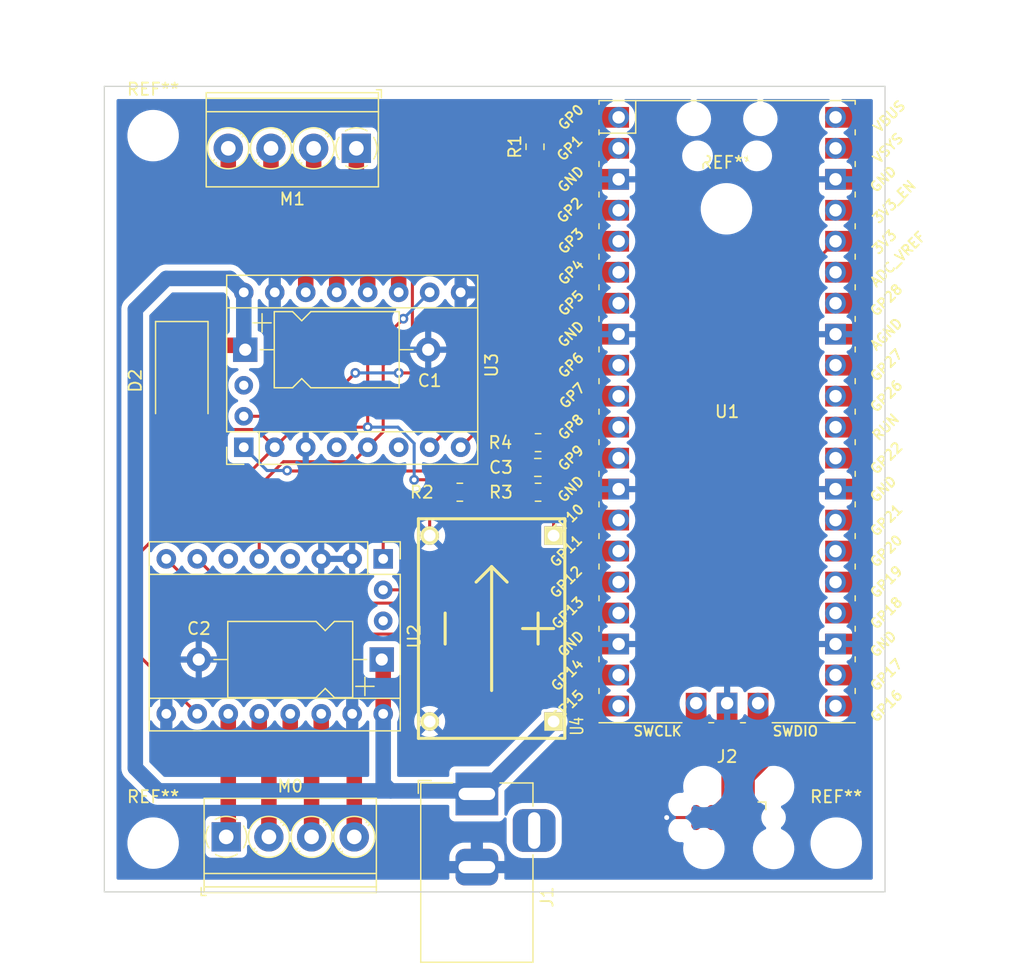
<source format=kicad_pcb>
(kicad_pcb (version 20211014) (generator pcbnew)

  (general
    (thickness 1.6)
  )

  (paper "A4")
  (layers
    (0 "F.Cu" signal)
    (31 "B.Cu" signal)
    (32 "B.Adhes" user "B.Adhesive")
    (33 "F.Adhes" user "F.Adhesive")
    (34 "B.Paste" user)
    (35 "F.Paste" user)
    (36 "B.SilkS" user "B.Silkscreen")
    (37 "F.SilkS" user "F.Silkscreen")
    (38 "B.Mask" user)
    (39 "F.Mask" user)
    (40 "Dwgs.User" user "User.Drawings")
    (41 "Cmts.User" user "User.Comments")
    (42 "Eco1.User" user "User.Eco1")
    (43 "Eco2.User" user "User.Eco2")
    (44 "Edge.Cuts" user)
    (45 "Margin" user)
    (46 "B.CrtYd" user "B.Courtyard")
    (47 "F.CrtYd" user "F.Courtyard")
    (48 "B.Fab" user)
    (49 "F.Fab" user)
    (50 "User.1" user)
    (51 "User.2" user)
    (52 "User.3" user)
    (53 "User.4" user)
    (54 "User.5" user)
    (55 "User.6" user)
    (56 "User.7" user)
    (57 "User.8" user)
    (58 "User.9" user)
  )

  (setup
    (stackup
      (layer "F.SilkS" (type "Top Silk Screen"))
      (layer "F.Paste" (type "Top Solder Paste"))
      (layer "F.Mask" (type "Top Solder Mask") (thickness 0.01))
      (layer "F.Cu" (type "copper") (thickness 0.035))
      (layer "dielectric 1" (type "core") (thickness 1.51) (material "FR4") (epsilon_r 4.5) (loss_tangent 0.02))
      (layer "B.Cu" (type "copper") (thickness 0.035))
      (layer "B.Mask" (type "Bottom Solder Mask") (thickness 0.01))
      (layer "B.Paste" (type "Bottom Solder Paste"))
      (layer "B.SilkS" (type "Bottom Silk Screen"))
      (copper_finish "None")
      (dielectric_constraints no)
    )
    (pad_to_mask_clearance 0)
    (grid_origin 35.56 144.78)
    (pcbplotparams
      (layerselection 0x00010fc_ffffffff)
      (disableapertmacros false)
      (usegerberextensions false)
      (usegerberattributes true)
      (usegerberadvancedattributes true)
      (creategerberjobfile true)
      (svguseinch false)
      (svgprecision 6)
      (excludeedgelayer true)
      (plotframeref false)
      (viasonmask false)
      (mode 1)
      (useauxorigin false)
      (hpglpennumber 1)
      (hpglpenspeed 20)
      (hpglpendiameter 15.000000)
      (dxfpolygonmode true)
      (dxfimperialunits true)
      (dxfusepcbnewfont true)
      (psnegative false)
      (psa4output false)
      (plotreference true)
      (plotvalue true)
      (plotinvisibletext false)
      (sketchpadsonfab false)
      (subtractmaskfromsilk false)
      (outputformat 1)
      (mirror false)
      (drillshape 1)
      (scaleselection 1)
      (outputdirectory "")
    )
  )

  (net 0 "")
  (net 1 "+15V")
  (net 2 "GND")
  (net 3 "VCC")
  (net 4 "/motor_rxtx")
  (net 5 "/motor_en")
  (net 6 "unconnected-(U2-Pad4)")
  (net 7 "unconnected-(U2-Pad6)")
  (net 8 "/m0_step")
  (net 9 "/m0_dir")
  (net 10 "unconnected-(U3-Pad4)")
  (net 11 "unconnected-(U3-Pad6)")
  (net 12 "/m1_step")
  (net 13 "/m1_dir")
  (net 14 "unconnected-(U1-Pad19)")
  (net 15 "unconnected-(U1-Pad21)")
  (net 16 "unconnected-(U1-Pad22)")
  (net 17 "unconnected-(U1-Pad24)")
  (net 18 "unconnected-(U1-Pad25)")
  (net 19 "unconnected-(U1-Pad26)")
  (net 20 "unconnected-(U1-Pad27)")
  (net 21 "unconnected-(U1-Pad29)")
  (net 22 "unconnected-(U1-Pad30)")
  (net 23 "unconnected-(U1-Pad31)")
  (net 24 "unconnected-(U1-Pad32)")
  (net 25 "unconnected-(U1-Pad34)")
  (net 26 "unconnected-(U1-Pad35)")
  (net 27 "unconnected-(U1-Pad37)")
  (net 28 "unconnected-(U1-Pad39)")
  (net 29 "unconnected-(U1-Pad40)")
  (net 30 "Net-(M1-Pad1)")
  (net 31 "Net-(M1-Pad2)")
  (net 32 "Net-(M1-Pad3)")
  (net 33 "Net-(M1-Pad4)")
  (net 34 "unconnected-(U1-Pad6)")
  (net 35 "unconnected-(U1-Pad7)")
  (net 36 "unconnected-(U1-Pad4)")
  (net 37 "unconnected-(U1-Pad5)")
  (net 38 "Net-(M0-Pad1)")
  (net 39 "Net-(M0-Pad2)")
  (net 40 "Net-(M0-Pad3)")
  (net 41 "Net-(M0-Pad4)")
  (net 42 "unconnected-(U2-Pad18)")
  (net 43 "unconnected-(U3-Pad18)")
  (net 44 "/m0_stall")
  (net 45 "/m1_stall")
  (net 46 "/hv_power_good")
  (net 47 "unconnected-(U1-Pad20)")
  (net 48 "Net-(R1-Pad2)")
  (net 49 "unconnected-(J2-Pad7)")
  (net 50 "/SWDIO")
  (net 51 "/SWCLK")
  (net 52 "unconnected-(J2-Pad6)")
  (net 53 "unconnected-(J2-Pad8)")
  (net 54 "unconnected-(J2-Pad10)")
  (net 55 "+3V3")

  (footprint "Diode_SMD:D_SMA-SMB_Universal_Handsoldering" (layer "F.Cu") (at 41.91 102.87 -90))

  (footprint "film-scanner-fp:SilentStepStick_Breakout-18_15.2x20.3mm" (layer "F.Cu") (at 46.99 108.328 90))

  (footprint "Resistor_SMD:R_0805_2012Metric_Pad1.20x1.40mm_HandSolder" (layer "F.Cu") (at 64.7032 112.014 180))

  (footprint "Capacitor_THT:CP_Axial_L10.0mm_D6.0mm_P15.00mm_Horizontal" (layer "F.Cu") (at 47.11 100.33))

  (footprint "Connector_BarrelJack:BarrelJack_Horizontal" (layer "F.Cu") (at 66.0985 136.748 90))

  (footprint "Resistor_SMD:R_0805_2012Metric_Pad1.20x1.40mm_HandSolder" (layer "F.Cu") (at 70.866 83.693 90))

  (footprint "TerminalBlock_Phoenix:TerminalBlock_Phoenix_PT-1,5-4-3.5-H_1x04_P3.50mm_Horizontal" (layer "F.Cu") (at 56.22 83.82 180))

  (footprint "Resistor_SMD:R_0805_2012Metric_Pad1.20x1.40mm_HandSolder" (layer "F.Cu") (at 71.12 107.95))

  (footprint "MountingHole:MountingHole_3.2mm_M3_DIN965" (layer "F.Cu") (at 95.56 140.78))

  (footprint "MountingHole:MountingHole_3.2mm_M3_DIN965" (layer "F.Cu") (at 39.56 82.78))

  (footprint "MCU_RaspberryPi_and_Boards:RPi_Pico_SMD_TH" (layer "F.Cu") (at 86.614 105.41))

  (footprint "Resistor_SMD:R_0805_2012Metric_Pad1.20x1.40mm_HandSolder" (layer "F.Cu") (at 71.12 112.014))

  (footprint "Connector:Tag-Connect_TC2050-IDC-FP_2x05_P1.27mm_Vertical" (layer "F.Cu") (at 86.614 138.681 180))

  (footprint "MountingHole:MountingHole_3.2mm_M3_DIN965" (layer "F.Cu") (at 86.56 88.78))

  (footprint "Capacitor_SMD:C_0805_2012Metric_Pad1.18x1.45mm_HandSolder" (layer "F.Cu") (at 71.0985 109.982))

  (footprint "chinesium:DCDC_Small" (layer "F.Cu") (at 67.31 123.19 90))

  (footprint "MountingHole:MountingHole_3.2mm_M3_DIN965" (layer "F.Cu") (at 39.56 140.78))

  (footprint "Capacitor_THT:CP_Axial_L10.0mm_D6.0mm_P15.00mm_Horizontal" (layer "F.Cu") (at 58.3 125.73 180))

  (footprint "TerminalBlock_Phoenix:TerminalBlock_Phoenix_PT-1,5-4-3.5-H_1x04_P3.50mm_Horizontal" (layer "F.Cu") (at 45.55 140.27))

  (footprint "film-scanner-fp:SilentStepStick_Breakout-18_15.2x20.3mm" (layer "F.Cu") (at 58.42 117.478 -90))

  (gr_line (start 99.56 78.74) (end 35.56 78.74) (layer "Edge.Cuts") (width 0.1) (tstamp 0259187e-6b64-4649-81f9-5a3b1ce3a5c3))
  (gr_line (start 35.56 144.78) (end 99.56 144.78) (layer "Edge.Cuts") (width 0.1) (tstamp 60f79347-7c26-4a5a-9cfe-acd7e9ea7331))
  (gr_line (start 99.56 78.74) (end 99.56 144.78) (layer "Edge.Cuts") (width 0.1) (tstamp 935136e3-495c-4239-aa0d-329a045e43f0))
  (gr_line (start 35.56 78.74) (end 35.56 144.78) (layer "Edge.Cuts") (width 0.1) (tstamp a31f17d1-3d83-4781-a439-a1ff3b32bcb8))
  (dimension (type aligned) (layer "Dwgs.User") (tstamp 2a030a22-5847-49af-b626-028313edfd04)
    (pts (xy 99.06 78.74) (xy 35.56 78.74))
    (height 5.08)
    (gr_text "63.5000 mm" (at 67.31 72.51) (layer "Dwgs.User") (tstamp f34045a2-ac7d-4a05-a9a8-49a937c92dd4)
      (effects (font (size 1 1) (thickness 0.15)))
    )
    (format (units 3) (units_format 1) (precision 4))
    (style (thickness 0.15) (arrow_length 1.27) (text_position_mode 0) (extension_height 0.58642) (extension_offset 0.5) keep_text_aligned)
  )
  (dimension (type aligned) (layer "Dwgs.User") (tstamp fdd3adfd-78fe-41dd-92fc-37254ebfb6ea)
    (pts (xy 99.56 144.78) (xy 99.56 78.74))
    (height 7.62)
    (gr_text "66.0400 mm" (at 106.03 111.76 90) (layer "Dwgs.User") (tstamp 98e269df-b678-417f-8883-2225d12a4ce7)
      (effects (font (size 1 1) (thickness 0.15)))
    )
    (format (units 3) (units_format 1) (precision 4))
    (style (thickness 0.15) (arrow_length 1.27) (text_position_mode 0) (extension_height 0.58642) (extension_offset 0.5) keep_text_aligned)
  )

  (segment (start 46.75 99.97) (end 47.11 100.33) (width 1.27) (layer "F.Cu") (net 1) (tstamp 569783a3-d4d4-4ab4-a74f-651144988727))
  (segment (start 58.42 130.178) (end 58.42 125.85) (width 1.27) (layer "F.Cu") (net 1) (tstamp 6e9bc1dc-13fd-422c-8bac-9c0d8fd96619))
  (segment (start 41.91 99.97) (end 46.75 99.97) (width 1.27) (layer "F.Cu") (net 1) (tstamp 743df526-3b69-4d1e-82ce-97002a107c2c))
  (segment (start 45.85 94.488) (end 46.99 95.628) (width 1.27) (layer "B.Cu") (net 1) (tstamp 0cf55983-c6fd-4899-94d5-c9435c7ffe56))
  (segment (start 40.64 94.488) (end 45.85 94.488) (width 1.27) (layer "B.Cu") (net 1) (tstamp 571d3390-30ae-403d-bc22-01b5e443045f))
  (segment (start 66.04 136.4975) (end 59.0275 136.4975) (width 1.27) (layer "B.Cu") (net 1) (tstamp 6921f46b-3340-49a5-a139-0ef583f8d6b0))
  (segment (start 66.452 136.748) (end 72.39 130.81) (width 1.27) (layer "B.Cu") (net 1) (tstamp 731b791a-467b-434b-b559-26a9aaf7209a))
  (segment (start 66.0985 136.748) (end 66.452 136.748) (width 1.27) (layer "B.Cu") (net 1) (tstamp 80a9e0a6-4c1d-4ce0-8d88-acdf0ca9cb95))
  (segment (start 58.42 135.89) (end 59.0275 136.4975) (width 1.27) (layer "B.Cu") (net 1) (tstamp 8198f1cd-2c3d-4403-8a5f-a9068ec96a5b))
  (segment (start 58.42 130.178) (end 58.42 135.89) (width 1.27) (layer "B.Cu") (net 1) (tstamp 88393fa4-4534-42bb-adfb-6546aa41f283))
  (segment (start 46.99 95.628) (end 46.99 100.21) (width 1.27) (layer "B.Cu") (net 1) (tstamp 9224dca2-5e1a-44cc-890e-30a3752e9d25))
  (segment (start 59.0275 136.4975) (end 39.9775 136.4975) (width 1.27) (layer "B.Cu") (net 1) (tstamp bcbee40a-18d6-4576-aa79-0cc7b5a59ad2))
  (segment (start 39.9775 136.4975) (end 38.1 134.62) (width 1.27) (layer "B.Cu") (net 1) (tstamp c752632a-09fa-4fe7-b26a-0ec65a030d4c))
  (segment (start 38.1 134.62) (end 38.1 97.028) (width 1.27) (layer "B.Cu") (net 1) (tstamp cfa51520-5a87-4cab-acac-bdb9595a10ac))
  (segment (start 46.99 100.21) (end 47.11 100.33) (width 1.27) (layer "B.Cu") (net 1) (tstamp e7f3b904-4426-4080-9a97-6bd7beb49ce3))
  (segment (start 38.1 97.028) (end 40.64 94.488) (width 1.27) (layer "B.Cu") (net 1) (tstamp ecf1ec0b-40bc-4fe1-a73a-cbdf025bde08))
  (segment (start 87.007699 137.652301) (end 86.614 138.046) (width 0.25) (layer "F.Cu") (net 2) (tstamp 2440a8bf-719d-486d-aadc-f09f6886abe4))
  (segment (start 87.007699 129.703699) (end 87.007699 137.652301) (width 0.25) (layer "F.Cu") (net 2) (tstamp 72524fb7-7f9d-431c-a406-f0b03ba1f48d))
  (segment (start 77.724 111.76) (end 73.914 111.76) (width 0.25) (layer "F.Cu") (net 2) (tstamp 73caa9ef-800c-4a20-89ab-41b36bd4a994))
  (segment (start 73.914 111.76) (end 72.136 109.982) (width 0.25) (layer "F.Cu") (net 2) (tstamp 77087357-f100-4107-bd5d-9157401f2cc4))
  (segment (start 72.136 109.982) (end 72.136 107.966) (width 0.25) (layer "F.Cu") (net 2) (tstamp 7aecdfa6-ee22-4869-bd9b-286735babb96))
  (segment (start 62.23 115.57) (end 62.23 113.4872) (width 0.25) (layer "F.Cu") (net 2) (tstamp 7e124847-8958-4cc6-90f0-d8e7744b702f))
  (segment (start 84.074 138.046) (end 83.436 138.684) (width 0.25) (layer "F.Cu") (net 2) (tstamp 9eac89c6-a779-4150-8983-20d007491680))
  (segment (start 86.614 138.046) (end 87.884 139.316) (width 0.25) (layer "F.Cu") (net 2) (tstamp aa1be3f6-e3d4-4c55-aa90-ca207b745b8c))
  (segment (start 86.614 129.31) (end 87.007699 129.703699) (width 0.25) (layer "F.Cu") (net 2) (tstamp b1f56c9d-a142-4a18-8d4f-b4db27d11448))
  (segment (start 62.23 113.4872) (end 63.7032 112.014) (width 0.25) (layer "F.Cu") (net 2) (tstamp df2011fc-660b-432c-8287-8e6af57d6309))
  (segment (start 72.136 107.966) (end 72.12 107.95) (width 0.25) (layer "F.Cu") (net 2) (tstamp f196efc8-8596-420c-817b-0da2e902781e))
  (segment (start 83.436 138.684) (end 81.661 138.684) (width 0.25) (layer "F.Cu") (net 2) (tstamp f9316a53-afad-455e-baa9-f74a43e48edf))
  (via (at 81.661 138.684) (size 0.8) (drill 0.4) (layers "F.Cu" "B.Cu") (net 2) (tstamp 3f0652c3-ac66-48b3-ba94-0be4b0602061))
  (segment (start 38.608 116.84) (end 40.132 115.316) (width 0.25) (layer "F.Cu") (net 3) (tstamp 07340b1f-839f-45a2-af55-2c3fcda50601))
  (segment (start 43.18 130.178) (end 38.608 125.606) (width 0.25) (layer "F.Cu") (net 3) (tstamp 14024c61-79e8-40dc-9057-37cc4ebba99b))
  (segment (start 48.076511 106.874511) (end 49.53 108.328) (width 0.25) (layer "F.Cu") (net 3) (tstamp 415a529b-a4f7-4db6-b78b-3ffc881364d7))
  (segment (start 43.014511 106.874511) (end 48.076511 106.874511) (width 0.25) (layer "F.Cu") (net 3) (tstamp 47be662a-329c-4ee8-a3a4-8c460f4dcdc3))
  (segment (start 70.12 111.76) (end 72.39 114.03) (width 0.25) (layer "F.Cu") (net 3) (tstamp 47c20676-64ed-4f9a-ac5f-7e1f2b10aa4d))
  (segment (start 51.178 106.68) (end 57.15 106.68) (width 0.25) (layer "F.Cu") (net 3) (tstamp 5f5f22f3-bec5-4cd4-8449-300943a9db72))
  (segment (start 64.67868 110.98948) (end 60.96852 110.98948) (width 0.25) (layer "F.Cu") (net 3) (tstamp 62f32354-6c9a-4c24-b073-55e9a192f302))
  (segment (start 72.39 114.03) (end 72.39 115.57) (width 0.25) (layer "F.Cu") (net 3) (tstamp 68862b44-3061-4df5-b994-86f12407d2a7))
  (segment (start 57.15 100.708) (end 57.153 100.708) (width 0.25) (layer "F.Cu") (net 3) (tstamp 6c91c2b7-9f0d-419c-8f55-08899294706c))
  (segment (start 41.91 105.77) (end 43.014511 106.874511) (width 0.25) (layer "F.Cu") (net 3) (tstamp a04e8cfe-34f6-4e63-be92-e26dcd4eef6b))
  (segment (start 70.061 109.982) (end 70.061 111.955) (width 0.25) (layer "F.Cu") (net 3) (tstamp a4f3754c-7084-40c9-914e-b79cc65d6e80))
  (segment (start 57.153 100.708) (end 60.071 97.79) (width 0.25) (layer "F.Cu") (net 3) (tstamp a901aff8-6ac1-4ae3-b13c-5cb843cbab83))
  (segment (start 49.53 108.328) (end 51.178 106.68) (width 0.25) (layer "F.Cu") (net 3) (tstamp acda9fbb-dbff-405b-a0fb-c153b3073206))
  (segment (start 38.608 125.606) (end 38.608 116.84) (width 0.25) (layer "F.Cu") (net 3) (tstamp b33a0c8b-fd8d-42ee-8f7b-96eedd1dc637))
  (segment (start 65.7032 112.014) (end 64.67868 110.98948) (width 0.25) (layer "F.Cu") (net 3) (tstamp bede48de-6ccc-4faa-a5f3-944183642fc2))
  (segment (start 42.542 115.316) (end 49.53 108.328) (width 0.25) (layer "F.Cu") (net 3) (tstamp c1ab133e-2509-47fd-b12d-72080d6f7e9a))
  (segment (start 60.96852 110.98948) (end 60.96 110.998) (width 0.25) (layer "F.Cu") (net 3) (tstamp de823c75-b3cb-4ad8-9719-7c5ee662324f))
  (segment (start 40.132 115.316) (end 42.542 115.316) (width 0.25) (layer "F.Cu") (net 3) (tstamp e14d0aa6-9b80-4f52-b739-5e26bc7be22d))
  (segment (start 57.15 106.68) (end 57.15 100.708) (width 0.25) (layer "F.Cu") (net 3) (tstamp f0543d93-6a94-4618-8a11-6e805085efa4))
  (segment (start 70.12 112.014) (end 65.7032 112.014) (width 0.25) (layer "F.Cu") (net 3) (tstamp faae13f2-f170-4c7e-b4c6-fc6ff73c9198))
  (via (at 57.15 106.68) (size 0.8) (drill 0.4) (layers "F.Cu" "B.Cu") (net 3) (tstamp 4d34a616-8b50-4b0f-bd0b-6eca7ba4f6c0))
  (via (at 60.96 110.998) (size 0.8) (drill 0.4) (layers "F.Cu" "B.Cu") (net 3) (tstamp 8be6e755-597b-43a6-bbec-d4204c24e6a3))
  (via (at 60.071 97.79) (size 0.8) (drill 0.4) (layers "F.Cu" "B.Cu") (net 3) (tstamp fca06d02-ba10-42cf-a3af-21aed29e008d))
  (segment (start 60.071 97.79) (end 60.071 97.787) (width 0.25) (layer "B.Cu") (net 3) (tstamp 1bfd5d4c-eb41-45b6-bf52-228ee9105b9a))
  (segment (start 60.96 110.998) (end 60.96 108.0077) (width 0.25) (layer "B.Cu") (net 3) (tstamp 425614f1-1b61-434b-8f97-54ac4ba264ff))
  (segment (start 59.6323 106.68) (end 57.15 106.68) (width 0.25) (layer "B.Cu") (net 3) (tstamp 80d5718f-6195-49ad-ba48-1da0941acdba))
  (segment (start 60.96 108.0077) (end 59.6323 106.68) (width 0.25) (layer "B.Cu") (net 3) (tstamp c286902d-7c3c-4d77-a204-c2ea4ef6fb0b))
  (segment (start 60.071 97.787) (end 62.23 95.628) (width 0.25) (layer "B.Cu") (net 3) (tstamp c776a21e-b447-4a46-8f52-1f146de6cdb0))
  (segment (start 50.245901 109.511499) (end 55.966501 109.511499) (width 0.25) (layer "F.Cu") (net 4) (tstamp 0a70adc9-ff75-4281-972c-ca412f95f804))
  (segment (start 55.966501 109.511499) (end 57.15 108.328) (width 0.25) (layer "F.Cu") (net 4) (tstamp 1cc417fb-26ac-45ca-b4ce-3cd59114370f))
  (segment (start 70.432027 84.74452) (end 60.814511 94.362036) (width 0.25) (layer "F.Cu") (net 4) (tstamp 2393d923-4ab6-4a61-8b9e-8af12c30d27d))
  (segment (start 77.724 83.82) (end 76.79948 84.74452) (width 0.25) (layer "F.Cu") (net 4) (tstamp 2bfd80bb-fffb-416d-a103-ecdd69e7cb33))
  (segment (start 58.42 101.6) (end 58.42 107.058) (width 0.25) (layer "F.Cu") (net 4) (tstamp 3fe4b674-203c-476f-b0a1-961d473df0c2))
  (segment (start 60.814511 94.362036) (end 60.814511 99.205489) (width 0.25) (layer "F.Cu") (net 4) (tstamp 4cc0f2bb-7752-44de-bb91-0f650031b196))
  (segment (start 48.26 111.4974) (end 50.245901 109.511499) (width 0.25) (layer "F.Cu") (net 4) (tstamp 565f8cbd-d589-419f-b1c0-c7d1b4b0dc35))
  (segment (start 48.26 117.478) (end 48.26 111.4974) (width 0.25) (layer "F.Cu") (net 4) (tstamp 62bbcbc6-fac9-41e7-ba73-71b498502445))
  (segment (start 60.814511 99.205489) (end 58.42 101.6) (width 0.25) (layer "F.Cu") (net 4) (tstamp 6b9e7cce-556f-4524-a3d4-948a8572452a))
  (segment (start 58.42 107.058) (end 57.15 108.328) (width 0.25) (layer "F.Cu") (net 4) (tstamp 79063ad2-a905-4f4b-ade8-0a40367046ec))
  (segment (start 76.79948 84.74452) (end 70.432027 84.74452) (width 0.25) (layer "F.Cu") (net 4) (tstamp a0f50910-daf2-4903-8f0c-a5f201c66aa1))
  (segment (start 58.382501 110.273499) (end 50.583499 110.273499) (width 0.25) (layer "F.Cu") (net 5) (tstamp 03c264ca-3923-43af-9cf8-6e39dd430328))
  (segment (start 58.42 110.348978) (end 58.363511 110.292489) (width 0.25) (layer "F.Cu") (net 5) (tstamp 1d211fda-c3a6-4fa2-9f46-108d5ce5ad1a))
  (segment (start 71.14452 106.92548) (end 70.12 107.95) (width 0.25) (layer "F.Cu") (net 5) (tstamp 40f46c30-82b1-4787-812e-8cbe98cbfe19))
  (segment (start 50.583499 110.273499) (end 50.546 110.236) (width 0.25) (layer "F.Cu") (net 5) (tstamp 59bc3fce-0dcb-45b0-9bdf-da89a0ad38d3))
  (segment (start 58.382501 110.273499) (end 67.796501 110.273499) (width 0.25) (layer "F.Cu") (net 5) (tstamp 71bd151e-ead1-45f9-aa52-382d7e5b996a))
  (segment (start 77.724 109.22) (end 75.002493 109.22) (width 0.25) (layer "F.Cu") (net 5) (tstamp 74380099-b698-4bab-890c-136bc7da0c0e))
  (segment (start 58.363511 110.292489) (end 58.382501 110.273499) (width 0.25) (layer "F.Cu") (net 5) (tstamp 7f289c63-9a66-4ef5-9fb2-7016cbd12fc3))
  (segment (start 72.707973 106.92548) (end 71.14452 106.92548) (width 0.25) (layer "F.Cu") (net 5) (tstamp 9c16642c-ea4d-43cf-b642-e4b102b4ac3e))
  (segment (start 67.796501 110.273499) (end 70.12 107.95) (width 0.25) (layer "F.Cu") (net 5) (tstamp a8c5b277-e7fe-4be9-97a4-96f80be5bd8e))
  (segment (start 75.002493 109.22) (end 72.707973 106.92548) (width 0.25) (layer "F.Cu") (net 5) (tstamp b4c38db1-f35c-4de2-9491-8948f27dd3ae))
  (segment (start 58.42 117.478) (end 58.42 110.348978) (width 0.25) (layer "F.Cu") (net 5) (tstamp d958441a-92e8-455e-8f49-94d5531d28aa))
  (via (at 50.546 110.236) (size 0.8) (drill 0.4) (layers "F.Cu" "B.Cu") (net 5) (tstamp 12a95fdd-e1b9-4233-bd32-7d67b9647678))
  (segment (start 48.898 110.236) (end 46.99 108.328) (width 0.25) (layer "B.Cu") (net 5) (tstamp 10ff325d-3faf-4325-878f-b9f8021f6f3d))
  (segment (start 50.546 110.236) (end 48.898 110.236) (width 0.25) (layer "B.Cu") (net 5) (tstamp f29d307b-d033-43fe-900c-6b5924e63afd))
  (segment (start 72.39 119.38) (end 77.724 119.38) (width 0.25) (layer "F.Cu") (net 8) (tstamp 88656682-9ef5-4713-ba24-d80bb89fb9d5))
  (segment (start 43.18 117.478) (end 46.806511 121.104511) (width 0.25) (layer "F.Cu") (net 8) (tstamp 96c19840-2953-4a8b-9554-47f7239cff3a))
  (segment (start 70.665489 121.104511) (end 72.39 119.38) (width 0.25) (layer "F.Cu") (net 8) (tstamp ade6f8bf-98c8-43eb-8099-32e99a83c428))
  (segment (start 46.806511 121.104511) (end 70.665489 121.104511) (width 0.25) (layer "F.Cu") (net 8) (tstamp b82b1eac-e32b-4467-82c0-aa26e76a3a56))
  (segment (start 46.806511 123.644511) (end 74.390467 123.644511) (width 0.25) (layer "F.Cu") (net 9) (tstamp 5506cc7c-4f05-403e-8236-0d83d5c045cc))
  (segment (start 40.64 117.478) (end 46.806511 123.644511) (width 0.25) (layer "F.Cu") (net 9) (tstamp 572ad2f3-af48-4516-8c90-4e2a6b58f1f0))
  (segment (start 74.390467 123.644511) (end 76.114978 121.92) (width 0.25) (layer "F.Cu") (net 9) (tstamp 62896c78-80a5-45bc-884b-ae122c28b296))
  (segment (start 76.114978 121.92) (end 77.724 121.92) (width 0.25) (layer "F.Cu") (net 9) (tstamp 7eecb54a-d379-43fd-b9a6-9a15a0a8c36b))
  (segment (start 66.418 104.14) (end 62.23 108.328) (width 0.25) (layer "F.Cu") (net 12) (tstamp 55746abb-b561-47f0-96ba-22507fe0b975))
  (segment (start 77.724 104.14) (end 66.418 104.14) (width 0.25) (layer "F.Cu") (net 12) (tstamp b4ef9281-c2f8-4734-b678-60f8327a96ab))
  (segment (start 66.622031 106.475969) (end 64.77 108.328) (width 0.25) (layer "F.Cu") (net 13) (tstamp 6af3358b-a24a-4acd-9b35-a0d89e2a2301))
  (segment (start 77.724 106.68) (end 77.519969 106.475969) (width 0.25) (layer "F.Cu") (net 13) (tstamp c06c8c3e-d4f6-4b82-a95f-1f453d102450))
  (segment (start 77.519969 106.475969) (end 66.622031 106.475969) (width 0.25) (layer "F.Cu") (net 13) (tstamp fcd63935-ab33-4378-8ee2-092908c32a27))
  (segment (start 59.69 93.98) (end 56.22 90.51) (width 1.27) (layer "F.Cu") (net 30) (tstamp 3b40a662-22cb-4148-97c9-aaf75d914f9e))
  (segment (start 56.22 90.51) (end 56.22 83.82) (width 1.27) (layer "F.Cu") (net 30) (tstamp 4cff8619-8fb2-4e03-b97d-6b9bbd62c7fd))
  (segment (start 59.69 95.628) (end 59.69 93.98) (width 1.27) (layer "F.Cu") (net 30) (tstamp 9eaca63a-1452-434c-9f12-996009e1aa4a))
  (segment (start 57.15 93.98) (end 52.72 89.55) (width 1.27) (layer "F.Cu") (net 31) (tstamp 4809fc2e-38a2-4990-acba-8698c3d7fd40))
  (segment (start 57.15 95.628) (end 57.15 93.98) (width 1.27) (layer "F.Cu") (net 31) (tstamp 7ab94566-8ed9-438a-8b02-f46e9f44b3a7))
  (segment (start 52.72 89.55) (end 52.72 83.82) (width 1.27) (layer "F.Cu") (net 31) (tstamp d67664d2-634f-4410-b57c-0368e1449fba))
  (segment (start 54.61 93.98) (end 49.22 88.59) (width 1.27) (layer "F.Cu") (net 32) (tstamp 2ea6abe2-fb4b-42b0-8645-1fcbe266d395))
  (segment (start 54.61 95.628) (end 54.61 93.98) (width 1.27) (layer "F.Cu") (net 32) (tstamp 53521a9d-cbaa-481c-bca4-f703bf4fc513))
  (segment (start 49.22 88.59) (end 49.22 83.82) (width 1.27) (layer "F.Cu") (net 32) (tstamp e311cd4b-f828-440f-bd1b-22232aa5668d))
  (segment (start 52.07 95.628) (end 52.07 93.98) (width 1.27) (layer "F.Cu") (net 33) (tstamp 6c09601c-7591-4b7b-a196-2790f7c3cabe))
  (segment (start 45.72 87.63) (end 45.72 83.82) (width 1.27) (layer "F.Cu") (net 33) (tstamp 71348d09-8337-4891-9cd9-51de656ab870))
  (segment (start 52.07 93.98) (end 45.72 87.63) (width 1.27) (layer "F.Cu") (net 33) (tstamp e7862c21-0247-47d3-82a2-6738fffdeb7c))
  (segment (start 45.72 140.23) (end 45.55 140.4) (width 1.27) (layer "F.Cu") (net 38) (tstamp ae903c75-e9fd-4312-892f-711a12a25b14))
  (segment (start 45.72 130.178) (end 45.72 140.23) (width 1.27) (layer "F.Cu") (net 38) (tstamp c1939209-7c89-43c8-88cb-fd345ff9a999))
  (segment (start 48.26 130.178) (end 48.26 132.08) (width 1.27) (layer "F.Cu") (net 39) (tstamp 44009e16-1d44-49f9-943f-e2aa3d5c0aac))
  (segment (start 49.05 132.87) (end 49.05 140.4) (width 1.27) (layer "F.Cu") (net 39) (tstamp 7aefd652-378a-45c5-8c72-7c455b554659))
  (segment (start 48.26 132.08) (end 49.05 132.87) (width 1.27) (layer "F.Cu") (net 39) (tstamp ac91f45d-ee51-48a2-84ef-58213b5e3db8))
  (segment (start 50.8 132.08) (end 52.55 133.83) (width 1.27) (layer "F.Cu") (net 40) (tstamp 4862ba15-37f7-4899-be92-e35090d1fe39))
  (segment (start 50.8 130.178) (end 50.8 132.08) (width 1.27) (layer "F.Cu") (net 40) (tstamp b4621b45-1107-4562-8984-1deb7b977966))
  (segment (start 52.55 133.83) (end 52.55 140.4) (width 1.27) (layer "F.Cu") (net 40) (tstamp c639e71a-510d-44f3-a4d6-1954e7e64f33))
  (segment (start 53.34 132.08) (end 56.05 134.79) (width 1.27) (layer "F.Cu") (net 41) (tstamp 0645f455-8167-4b7d-ba44-703f818c7e2c))
  (segment (start 53.34 130.178) (end 53.34 132.08) (width 1.27) (layer "F.Cu") (net 41) (tstamp 7afad5bf-c3ab-4d28-88cd-8c5bbd58fb00))
  (segment (start 56.05 134.79) (end 56.05 140.4) (width 1.27) (layer "F.Cu") (net 41) (tstamp e4d1f7f7-6075-4040-b3cb-fd9f5334faef))
  (segment (start 70.223022 120.018) (end 73.401022 116.84) (width 0.25) (layer "F.Cu") (net 44) (tstamp 839bc33a-76c5-47a0-b375-91c43c38f5d4))
  (segment (start 58.42 120.018) (end 70.223022 120.018) (width 0.25) (layer "F.Cu") (net 44) (tstamp 9c72ff43-b917-42fe-8a29-51e43e2bd7d8))
  (segment (start 73.401022 116.84) (end 77.724 116.84) (width 0.25) (layer "F.Cu") (net 44) (tstamp decdc0e4-a531-4311-af2d-1c3d22a70114))
  (segment (start 77.724 101.6) (end 64.135 101.6) (width 0.25) (layer "F.Cu") (net 45) (tstamp 1270518e-cb16-470e-9735-77c24d3ee17e))
  (segment (start 56.134 102.232) (end 52.578 105.791) (width 0.25) (layer "F.Cu") (net 45) (tstamp 7e59267d-eb42-4261-8c0e-e78242565cf2))
  (segment (start 64.135 101.6) (end 63.5 102.235) (width 0.25) (layer "F.Cu") (net 45) (tstamp 87ecfc77-eac7-486f-acc9-431d094fe7ce))
  (segment (start 52.578 105.791) (end 46.99 105.788) (width 0.25) (layer "F.Cu") (net 45) (tstamp bde44323-4c5c-4160-8d67-64e90351f0b0))
  (segment (start 63.5 102.235) (end 59.69 102.235) (width 0.25) (layer "F.Cu") (net 45) (tstamp fa7e319c-1207-480a-b76e-028850dc3285))
  (via (at 56.134 102.232) (size 0.8) (drill 0.4) (layers "F.Cu" "B.Cu") (net 45) (tstamp 041ad3f3-a01c-45ce-a57d-676fa85d5718))
  (via (at 59.69 102.235) (size 0.8) (drill 0.4) (layers "F.Cu" "B.Cu") (net 45) (tstamp e7a7bc91-489b-406f-bbdc-3c4ecec84dd0))
  (segment (start 56.134 102.232) (end 59.687 102.232) (width 0.25) (layer "B.Cu") (net 45) (tstamp 25e02322-9732-40d9-aa28-acabfacde79a))
  (segment (start 59.687 102.232) (end 59.69 102.235) (width 0.25) (layer "B.Cu") (net 45) (tstamp 9b2b3a26-1204-4b56-bf27-7787272e8016))
  (segment (start 74.66 114.3) (end 77.724 114.3) (width 0.25) (layer "F.Cu") (net 46) (tstamp 24a49aea-2812-4305-a641-77375a321fdc))
  (segment (start 72.12 111.76) (end 74.66 114.3) (width 0.25) (layer "F.Cu") (net 46) (tstamp e348a361-db67-4ecc-be21-c0f6ece71a15))
  (segment (start 77.724 81.28) (end 72.279 81.28) (width 0.25) (layer "F.Cu") (net 48) (tstamp 8c9b70ac-b950-414c-bf01-56f157c1c52b))
  (segment (start 72.279 81.28) (end 70.866 82.693) (width 0.25) (layer "F.Cu") (net 48) (tstamp eef23628-6d35-469a-8fdb-2a327978c9e3))
  (segment (start 87.884 138.046) (end 87.884 134.456) (width 0.25) (layer "F.Cu") (net 50) (tstamp af5a8d9f-4bab-42af-add0-a6ea57ae3408))
  (segment (start 87.884 134.456) (end 89.154 133.186) (width 0.25) (layer "F.Cu") (net 50) (tstamp c9244ef3-4c0e-466c-8897-4835ba85547f))
  (segment (start 89.154 133.186) (end 89.154 129.31) (width 0.25) (layer "F.Cu") (net 50) (tstamp d749978b-ea7a-46dc-a653-76a6f21ce3ab))
  (segment (start 86.270971 137.119029) (end 86.270971 133.115993) (width 0.25) (layer "F.Cu") (net 51) (tstamp 57f40a26-be36-4d85-abe8-91fed39ac263))
  (segment (start 85.344 138.046) (end 86.270971 137.119029) (width 0.25) (layer "F.Cu") (net 51) (tstamp 6ea8c97c-91b7-4965-99d9-097db73bbf49))
  (segment (start 84.074 130.919022) (end 84.074 129.31) (width 0.25) (layer "F.Cu") (net 51) (tstamp b176d592-beca-4d44-943a-f30493462735))
  (segment (start 86.270971 133.115993) (end 84.074 130.919022) (width 0.25) (layer "F.Cu") (net 51) (tstamp f9ecb542-e822-4587-bc72-1889e93a5519))
  (segment (start 92.56 131.78) (end 92.56 94.384) (width 0.25) (layer "F.Cu") (net 55) (tstamp 2f5ae813-04eb-4d1b-b26b-69bafaedb5f6))
  (segment (start 88.760301 137.652301) (end 88.760301 135.579699) (width 0.25) (layer "F.Cu") (net 55) (tstamp 3c6d5cd9-456f-4d1e-8d81-4bb6ec37bb08))
  (segment (start 88.760301 135.579699) (end 92.56 131.78) (width 0.25) (layer "F.Cu") (net 55) (tstamp c43f6abd-dcd0-4d1c-a52c-f6a9cc0e0bca))
  (segment (start 92.56 94.384) (end 95.504 91.44) (width 0.25) (layer "F.Cu") (net 55) (tstamp df70386c-9b93-4735-bcfd-2d44e29eaccc))
  (segment (start 89.154 138.046) (end 88.760301 137.652301) (width 0.25) (layer "F.Cu") (net 55) (tstamp fafce03e-199a-460c-ac09-0bcd8a14970d))

  (zone (net 2) (net_name "GND") (layer "B.Cu") (tstamp 191e590f-feb2-4293-b9c4-ddedbb8be6ba) (hatch edge 0.508)
    (connect_pads (clearance 0.508))
    (min_thickness 0.254) (filled_areas_thickness no)
    (fill yes (thermal_gap 0.508) (thermal_bridge_width 0.508))
    (polygon
      (pts
        (xy 98.56 143.78)
        (xy 36.56 143.78)
        (xy 36.56 79.78)
        (xy 98.56 79.78)
      )
    )
    (filled_polygon
      (layer "B.Cu")
      (pts
        (xy 77.219004 79.800002)
        (xy 77.265497 79.853658)
        (xy 77.275601 79.923932)
        (xy 77.246107 79.988512)
        (xy 77.199938 80.02199)
        (xy 77.195756 80.023357)
        (xy 77.191168 80.025745)
        (xy 77.191164 80.025747)
        (xy 77.008424 80.120876)
        (xy 76.997607 80.126507)
        (xy 76.993474 80.12961)
        (xy 76.993471 80.129612)
        (xy 76.856024 80.23281)
        (xy 76.818965 80.260635)
        (xy 76.664629 80.422138)
        (xy 76.661715 80.42641)
        (xy 76.661714 80.426411)
        (xy 76.581611 80.543838)
        (xy 76.538743 80.60668)
        (xy 76.523003 80.64059)
        (xy 76.472414 80.749575)
        (xy 76.444688 80.809305)
        (xy 76.384989 81.02457)
        (xy 76.361251 81.246695)
        (xy 76.361548 81.251848)
        (xy 76.361548 81.251851)
        (xy 76.370667 81.41)
        (xy 76.37411 81.469715)
        (xy 76.375247 81.474761)
        (xy 76.375248 81.474767)
        (xy 76.395119 81.562939)
        (xy 76.423222 81.687639)
        (xy 76.507266 81.894616)
        (xy 76.623987 82.085088)
        (xy 76.77025 82.253938)
        (xy 76.942126 82.396632)
        (xy 76.97506 82.415877)
        (xy 77.015445 82.439476)
        (xy 77.064169 82.491114)
        (xy 77.07724 82.560897)
        (xy 77.050509 82.626669)
        (xy 77.010055 82.660027)
        (xy 76.997607 82.666507)
        (xy 76.993474 82.66961)
        (xy 76.993471 82.669612)
        (xy 76.863484 82.767209)
        (xy 76.818965 82.800635)
        (xy 76.664629 82.962138)
        (xy 76.661715 82.96641)
        (xy 76.661714 82.966411)
        (xy 76.582586 83.082409)
        (xy 76.538743 83.14668)
        (xy 76.515045 83.197734)
        (xy 76.447328 83.343618)
        (xy 76.444688 83.349305)
        (xy 76.384989 83.56457)
        (xy 76.361251 83.786695)
        (xy 76.361548 83.791848)
        (xy 76.361548 83.791851)
        (xy 76.367011 83.88659)
        (xy 76.37411 84.009715)
        (xy 76.375247 84.014761)
        (xy 76.375248 84.014767)
        (xy 76.395119 84.102939)
        (xy 76.423222 84.227639)
        (xy 76.461461 84.321811)
        (xy 76.497647 84.410926)
        (xy 76.507266 84.434616)
        (xy 76.524955 84.463482)
        (xy 76.595252 84.578196)
        (xy 76.623987 84.625088)
        (xy 76.77025 84.793938)
        (xy 76.774225 84.797238)
        (xy 76.774231 84.797244)
        (xy 76.779425 84.801556)
        (xy 76.819059 84.86046)
        (xy 76.820555 84.931441)
        (xy 76.783439 84.991962)
        (xy 76.743168 85.01648)
        (xy 76.635946 85.056676)
        (xy 76.620351 85.065214)
        (xy 76.518276 85.141715)
        (xy 76.505715 85.154276)
        (xy 76.429214 85.256351)
        (xy 76.420676 85.271946)
        (xy 76.375522 85.392394)
        (xy 76.371895 85.407649)
        (xy 76.366369 85.458514)
        (xy 76.366 85.465328)
        (xy 76.366 86.087885)
        (xy 76.370475 86.103124)
        (xy 76.371865 86.104329)
        (xy 76.379548 86.106)
        (xy 79.063884 86.106)
        (xy 79.079123 86.101525)
        (xy 79.080328 86.100135)
        (xy 79.081999 86.092452)
        (xy 79.081999 85.465331)
        (xy 79.081629 85.45851)
        (xy 79.076105 85.407648)
        (xy 79.072479 85.392396)
        (xy 79.027324 85.271946)
        (xy 79.018786 85.256351)
        (xy 78.942285 85.154276)
        (xy 78.929724 85.141715)
        (xy 78.827649 85.065214)
        (xy 78.812054 85.056676)
        (xy 78.701813 85.015348)
        (xy 78.645049 84.972706)
        (xy 78.620349 84.906145)
        (xy 78.635557 84.836796)
        (xy 78.657104 84.808115)
        (xy 78.75843 84.707144)
        (xy 78.75844 84.707132)
        (xy 78.762096 84.703489)
        (xy 78.797734 84.653894)
        (xy 78.889435 84.526277)
        (xy 78.892453 84.522077)
        (xy 78.895033 84.516858)
        (xy 78.933018 84.44)
        (xy 82.925693 84.44)
        (xy 82.944885 84.659371)
        (xy 83.00188 84.872076)
        (xy 83.004205 84.877061)
        (xy 83.092618 85.066666)
        (xy 83.092621 85.066671)
        (xy 83.094944 85.071653)
        (xy 83.0981 85.07616)
        (xy 83.098101 85.076162)
        (xy 83.132689 85.125558)
        (xy 83.221251 85.252038)
        (xy 83.376962 85.407749)
        (xy 83.381471 85.410906)
        (xy 83.381473 85.410908)
        (xy 83.424646 85.441138)
        (xy 83.557346 85.534056)
        (xy 83.756924 85.62712)
        (xy 83.969629 85.684115)
        (xy 84.189 85.703307)
        (xy 84.408371 85.684115)
        (xy 84.621076 85.62712)
        (xy 84.820654 85.534056)
        (xy 84.953354 85.441138)
        (xy 84.996527 85.410908)
        (xy 84.996529 85.410906)
        (xy 85.001038 85.407749)
        (xy 85.156749 85.252038)
        (xy 85.245312 85.125558)
        (xy 85.279899 85.076162)
        (xy 85.2799 85.07616)
        (xy 85.283056 85.071653)
        (xy 85.285379 85.066671)
        (xy 85.285382 85.066666)
        (xy 85.373795 84.877061)
        (xy 85.37612 84.872076)
        (xy 85.433115 84.659371)
        (xy 85.452307 84.44)
        (xy 87.775693 84.44)
        (xy 87.794885 84.659371)
        (xy 87.85188 84.872076)
        (xy 87.854205 84.877061)
        (xy 87.942618 85.066666)
        (xy 87.942621 85.066671)
        (xy 87.944944 85.071653)
        (xy 87.9481 85.07616)
        (xy 87.948101 85.076162)
        (xy 87.982689 85.125558)
        (xy 88.071251 85.252038)
        (xy 88.226962 85.407749)
        (xy 88.231471 85.410906)
        (xy 88.231473 85.410908)
        (xy 88.274646 85.441138)
        (xy 88.407346 85.534056)
        (xy 88.606924 85.62712)
        (xy 88.819629 85.684115)
        (xy 89.039 85.703307)
        (xy 89.258371 85.684115)
        (xy 89.471076 85.62712)
        (xy 89.670654 85.534056)
        (xy 89.803354 85.441138)
        (xy 89.846527 85.410908)
        (xy 89.846529 85.410906)
        (xy 89.851038 85.407749)
        (xy 90.006749 85.252038)
        (xy 90.095312 85.125558)
        (xy 90.129899 85.076162)
        (xy 90.1299 85.07616)
        (xy 90.133056 85.071653)
        (xy 90.135379 85.066671)
        (xy 90.135382 85.066666)
        (xy 90.223795 84.877061)
        (xy 90.22612 84.872076)
        (xy 90.283115 84.659371)
        (xy 90.302307 84.44)
        (xy 90.283115 84.220629)
        (xy 90.22612 84.007924)
        (xy 90.180302 83.909667)
        (xy 90.135382 83.813334)
        (xy 90.135379 83.813329)
        (xy 90.133056 83.808347)
        (xy 90.129899 83.803838)
        (xy 90.009908 83.632473)
        (xy 90.009906 83.63247)
        (xy 90.006749 83.627962)
        (xy 89.851038 83.472251)
        (xy 89.670654 83.345944)
        (xy 89.471076 83.25288)
        (xy 89.258371 83.195885)
        (xy 89.039 83.176693)
        (xy 88.819629 83.195885)
        (xy 88.606924 83.25288)
        (xy 88.546835 83.2809)
        (xy 88.412334 83.343618)
        (xy 88.412329 83.343621)
        (xy 88.407347 83.345944)
        (xy 88.40284 83.3491)
        (xy 88.402838 83.349101)
        (xy 88.231473 83.469092)
        (xy 88.23147 83.469094)
        (xy 88.226962 83.472251)
        (xy 88.071251 83.627962)
        (xy 88.068094 83.63247)
        (xy 88.068092 83.632473)
        (xy 87.948101 83.803838)
        (xy 87.944944 83.808347)
        (xy 87.942621 83.813329)
        (xy 87.942618 83.813334)
        (xy 87.897698 83.909667)
        (xy 87.85188 84.007924)
        (xy 87.794885 84.220629)
        (xy 87.775693 84.44)
        (xy 85.452307 84.44)
        (xy 85.433115 84.220629)
        (xy 85.37612 84.007924)
        (xy 85.330302 83.909667)
        (xy 85.285382 83.813334)
        (xy 85.285379 83.813329)
        (xy 85.283056 83.808347)
        (xy 85.279899 83.803838)
        (xy 85.159908 83.632473)
        (xy 85.159906 83.63247)
        (xy 85.156749 83.627962)
        (xy 85.001038 83.472251)
        (xy 84.820654 83.345944)
        (xy 84.621076 83.25288)
        (xy 84.408371 83.195885)
        (xy 84.189 83.176693)
        (xy 83.969629 83.195885)
        (xy 83.756924 83.25288)
        (xy 83.696835 83.2809)
        (xy 83.562334 83.343618)
        (xy 83.562329 83.343621)
        (xy 83.557347 83.345944)
        (xy 83.55284 83.3491)
        (xy 83.552838 83.349101)
        (xy 83.381473 83.469092)
        (xy 83.38147 83.469094)
        (xy 83.376962 83.472251)
        (xy 83.221251 83.627962)
        (xy 83.218094 83.63247)
        (xy 83.218092 83.632473)
        (xy 83.098101 83.803838)
        (xy 83.094944 83.808347)
        (xy 83.092621 83.813329)
        (xy 83.092618 83.813334)
        (xy 83.047698 83.909667)
        (xy 83.00188 84.007924)
        (xy 82.944885 84.220629)
        (xy 82.925693 84.44)
        (xy 78.933018 84.44)
        (xy 78.989136 84.326453)
        (xy 78.989137 84.326451)
        (xy 78.99143 84.321811)
        (xy 79.05637 84.108069)
        (xy 79.085529 83.88659)
        (xy 79.087156 83.82)
        (xy 79.068852 83.597361)
        (xy 79.014431 83.380702)
        (xy 78.925354 83.17584)
        (xy 78.838156 83.041052)
        (xy 78.806822 82.992617)
        (xy 78.80682 82.992614)
        (xy 78.804014 82.988277)
        (xy 78.65367 82.823051)
        (xy 78.649619 82.819852)
        (xy 78.649615 82.819848)
        (xy 78.482414 82.6878)
        (xy 78.48241 82.687798)
        (xy 78.478359 82.684598)
        (xy 78.437053 82.661796)
        (xy 78.387084 82.611364)
        (xy 78.372312 82.541921)
        (xy 78.397428 82.475516)
        (xy 78.42478 82.448909)
        (xy 78.471089 82.415877)
        (xy 78.60386 82.321173)
        (xy 78.661315 82.263919)
        (xy 78.710196 82.215208)
        (xy 78.762096 82.163489)
        (xy 78.792607 82.121029)
        (xy 78.889435 81.986277)
        (xy 78.892453 81.982077)
        (xy 78.915759 81.934922)
        (xy 78.989136 81.786453)
        (xy 78.989137 81.786451)
        (xy 78.99143 81.781811)
        (xy 79.05637 81.568069)
        (xy 79.085529 81.34659)
        (xy 79.087156 81.28)
        (xy 79.068852 81.057361)
        (xy 79.014431 80.840702)
        (xy 78.925354 80.63584)
        (xy 78.804014 80.448277)
        (xy 78.65367 80.283051)
        (xy 78.649619 80.279852)
        (xy 78.649615 80.279848)
        (xy 78.482414 80.1478)
        (xy 78.48241 80.147798)
        (xy 78.478359 80.144598)
        (xy 78.435387 80.120876)
        (xy 78.426136 80.115769)
        (xy 78.282789 80.036638)
        (xy 78.264177 80.030047)
        (xy 78.249284 80.024773)
        (xy 78.191747 79.983179)
        (xy 78.165831 79.917082)
        (xy 78.179765 79.847466)
        (xy 78.229123 79.796434)
        (xy 78.291343 79.78)
        (xy 83.572466 79.78)
        (xy 83.640587 79.800002)
        (xy 83.68708 79.853658)
        (xy 83.697184 79.923932)
        (xy 83.66769 79.988512)
        (xy 83.607964 80.026896)
        (xy 83.591525 80.03055)
        (xy 83.561464 80.03515)
        (xy 83.341314 80.107106)
        (xy 83.336726 80.109494)
        (xy 83.336722 80.109496)
        (xy 83.269292 80.144598)
        (xy 83.135872 80.214052)
        (xy 83.131739 80.217155)
        (xy 83.131736 80.217157)
        (xy 82.95479 80.350012)
        (xy 82.950655 80.353117)
        (xy 82.947083 80.356855)
        (xy 82.863369 80.444457)
        (xy 82.790639 80.520564)
        (xy 82.787725 80.524836)
        (xy 82.787724 80.524837)
        (xy 82.731895 80.60668)
        (xy 82.660119 80.711899)
        (xy 82.562602 80.921981)
        (xy 82.500707 81.145169)
        (xy 82.476095 81.375469)
        (xy 82.476392 81.380622)
        (xy 82.476392 81.380625)
        (xy 82.487485 81.573023)
        (xy 82.489427 81.606697)
        (xy 82.490564 81.611743)
        (xy 82.490565 81.611749)
        (xy 82.522741 81.754523)
        (xy 82.540346 81.832642)
        (xy 82.542288 81.837424)
        (xy 82.542289 81.837428)
        (xy 82.62554 82.04245)
        (xy 82.627484 82.047237)
        (xy 82.748501 82.244719)
        (xy 82.900147 82.419784)
        (xy 83.078349 82.56773)
        (xy 83.278322 82.684584)
        (xy 83.494694 82.767209)
        (xy 83.49976 82.76824)
        (xy 83.499761 82.76824)
        (xy 83.552846 82.77904)
        (xy 83.721656 82.813385)
        (xy 83.852324 82.818176)
        (xy 83.947949 82.821683)
        (xy 83.947953 82.821683)
        (xy 83.953113 82.821872)
        (xy 83.958233 82.821216)
        (xy 83.958235 82.821216)
        (xy 84.03127 82.81186)
        (xy 84.182847 82.792442)
        (xy 84.187795 82.790957)
        (xy 84.187802 82.790956)
        (xy 84.399747 82.727369)
        (xy 84.40469 82.725886)
        (xy 84.409324 82.723616)
        (xy 84.608049 82.626262)
        (xy 84.608052 82.62626)
        (xy 84.612684 82.623991)
        (xy 84.801243 82.489494)
        (xy 84.965303 82.326005)
        (xy 84.968525 82.321522)
        (xy 85.031754 82.233528)
        (xy 85.100458 82.137917)
        (xy 85.112289 82.11398)
        (xy 85.200784 81.934922)
        (xy 85.200785 81.93492)
        (xy 85.203078 81.93028)
        (xy 85.270408 81.708671)
        (xy 85.30064 81.479041)
        (xy 85.300722 81.475691)
        (xy 85.302245 81.413365)
        (xy 85.302245 81.413361)
        (xy 85.302327 81.41)
        (xy 85.288479 81.241562)
        (xy 85.283773 81.184318)
        (xy 85.283772 81.184312)
        (xy 85.283349 81.179167)
        (xy 85.226925 80.954533)
        (xy 85.224866 80.949797)
        (xy 85.13663 80.746868)
        (xy 85.136628 80.746865)
        (xy 85.13457 80.742131)
        (xy 85.008764 80.547665)
        (xy 84.852887 80.376358)
        (xy 84.848836 80.373159)
        (xy 84.848832 80.373155)
        (xy 84.675177 80.236011)
        (xy 84.675172 80.236008)
        (xy 84.671123 80.23281)
        (xy 84.666607 80.230317)
        (xy 84.666604 80.230315)
        (xy 84.472879 80.123373)
        (xy 84.472875 80.123371)
        (xy 84.468355 80.120876)
        (xy 84.463486 80.119152)
        (xy 84.463482 80.11915)
        (xy 84.254903 80.045288)
        (xy 84.254899 80.045287)
        (xy 84.250028 80.043562)
        (xy 84.244935 80.042655)
        (xy 84.244932 80.042654)
        (xy 84.174155 80.030047)
        (xy 84.110597 79.998409)
        (xy 84.074234 79.937432)
        (xy 84.076611 79.866475)
        (xy 84.116972 79.808067)
        (xy 84.182504 79.780752)
        (xy 84.196251 79.78)
        (xy 89.022466 79.78)
        (xy 89.090587 79.800002)
        (xy 89.13708 79.853658)
        (xy 89.147184 79.923932)
        (xy 89.11769 79.988512)
        (xy 89.057964 80.026896)
        (xy 89.041525 80.03055)
        (xy 89.011464 80.03515)
        (xy 88.791314 80.107106)
        (xy 88.786726 80.109494)
        (xy 88.786722 80.109496)
        (xy 88.719292 80.144598)
        (xy 88.585872 80.214052)
        (xy 88.581739 80.217155)
        (xy 88.581736 80.217157)
        (xy 88.40479 80.350012)
        (xy 88.400655 80.353117)
        (xy 88.397083 80.356855)
        (xy 88.313369 80.444457)
        (xy 88.240639 80.520564)
        (xy 88.237725 80.524836)
        (xy 88.237724 80.524837)
        (xy 88.181895 80.60668)
        (xy 88.110119 80.711899)
        (xy 88.012602 80.921981)
        (xy 87.950707 81.145169)
        (xy 87.926095 81.375469)
        (xy 87.926392 81.380622)
        (xy 87.926392 81.380625)
        (xy 87.937485 81.573023)
        (xy 87.939427 81.606697)
        (xy 87.940564 81.611743)
        (xy 87.940565 81.611749)
        (xy 87.972741 81.754523)
        (xy 87.990346 81.832642)
        (xy 87.992288 81.837424)
        (xy 87.992289 81.837428)
        (xy 88.07554 82.04245)
        (xy 88.077484 82.047237)
        (xy 88.198501 82.244719)
        (xy 88.350147 82.419784)
        (xy 88.528349 82.56773)
        (xy 88.728322 82.684584)
        (xy 88.944694 82.767209)
        (xy 88.94976 82.76824)
        (xy 88.949761 82.76824)
        (xy 89.002846 82.77904)
        (xy 89.171656 82.813385)
        (xy 89.302324 82.818176)
        (xy 89.397949 82.821683)
        (xy 89.397953 82.821683)
        (xy 89.403113 82.821872)
        (xy 89.408233 82.821216)
        (xy 89.408235 82.821216)
        (xy 89.48127 82.81186)
        (xy 89.632847 82.792442)
        (xy 89.637795 82.790957)
        (xy 89.637802 82.790956)
        (xy 89.849747 82.727369)
        (xy 89.85469 82.725886)
        (xy 89.859324 82.723616)
        (xy 90.058049 82.626262)
        (xy 90.058052 82.62626)
        (xy 90.062684 82.623991)
        (xy 90.251243 82.489494)
        (xy 90.415303 82.326005)
        (xy 90.418525 82.321522)
        (xy 90.481754 82.233528)
        (xy 90.550458 82.137917)
        (xy 90.562289 82.11398)
        (xy 90.650784 81.934922)
        (xy 90.650785 81.93492)
        (xy 90.653078 81.93028)
        (xy 90.720408 81.708671)
        (xy 90.75064 81.479041)
        (xy 90.750722 81.475691)
        (xy 90.752245 81.413365)
        (xy 90.752245 81.413361)
        (xy 90.752327 81.41)
        (xy 90.738479 81.241562)
        (xy 90.733773 81.184318)
        (xy 90.733772 81.184312)
        (xy 90.733349 81.179167)
        (xy 90.676925 80.954533)
        (xy 90.674866 80.949797)
        (xy 90.58663 80.746868)
        (xy 90.586628 80.746865)
        (xy 90.58457 80.742131)
        (xy 90.458764 80.547665)
        (xy 90.302887 80.376358)
        (xy 90.298836 80.373159)
        (xy 90.298832 80.373155)
        (xy 90.125177 80.236011)
        (xy 90.125172 80.236008)
        (xy 90.121123 80.23281)
        (xy 90.116607 80.230317)
        (xy 90.116604 80.230315)
        (xy 89.922879 80.123373)
        (xy 89.922875 80.123371)
        (xy 89.918355 80.120876)
        (xy 89.913486 80.119152)
        (xy 89.913482 80.11915)
        (xy 89.704903 80.045288)
        (xy 89.704899 80.045287)
        (xy 89.700028 80.043562)
        (xy 89.694935 80.042655)
        (xy 89.694932 80.042654)
        (xy 89.624155 80.030047)
        (xy 89.560597 79.998409)
        (xy 89.524234 79.937432)
        (xy 89.526611 79.866475)
        (xy 89.566972 79.808067)
        (xy 89.632504 79.780752)
        (xy 89.646251 79.78)
        (xy 94.930883 79.78)
        (xy 94.999004 79.800002)
        (xy 95.045497 79.853658)
        (xy 95.055601 79.923932)
        (xy 95.026107 79.988512)
        (xy 94.979938 80.02199)
        (xy 94.975756 80.023357)
        (xy 94.971168 80.025745)
        (xy 94.971164 80.025747)
        (xy 94.788424 80.120876)
        (xy 94.777607 80.126507)
        (xy 94.773474 80.12961)
        (xy 94.773471 80.129612)
        (xy 94.636024 80.23281)
        (xy 94.598965 80.260635)
        (xy 94.444629 80.422138)
        (xy 94.441715 80.42641)
        (xy 94.441714 80.426411)
        (xy 94.361611 80.543838)
        (xy 94.318743 80.60668)
        (xy 94.303003 80.64059)
        (xy 94.252414 80.749575)
        (xy 94.224688 80.809305)
        (xy 94.164989 81.02457)
        (xy 94.141251 81.246695)
        (xy 94.141548 81.251848)
        (xy 94.141548 81.251851)
        (xy 94.150667 81.41)
        (xy 94.15411 81.469715)
        (xy 94.155247 81.474761)
        (xy 94.155248 81.474767)
        (xy 94.175119 81.562939)
        (xy 94.203222 81.687639)
        (xy 94.287266 81.894616)
        (xy 94.403987 82.085088)
        (xy 94.55025 82.253938)
        (xy 94.722126 82.396632)
        (xy 94.75506 82.415877)
        (xy 94.795445 82.439476)
        (xy 94.844169 82.491114)
        (xy 94.85724 82.560897)
        (xy 94.830509 82.626669)
        (xy 94.790055 82.660027)
        (xy 94.777607 82.666507)
        (xy 94.773474 82.66961)
        (xy 94.773471 82.669612)
        (xy 94.643484 82.767209)
        (xy 94.598965 82.800635)
        (xy 94.444629 82.962138)
        (xy 94.441715 82.96641)
        (xy 94.441714 82.966411)
        (xy 94.362586 83.082409)
        (xy 94.318743 83.14668)
        (xy 94.295045 83.197734)
        (xy 94.227328 83.343618)
        (xy 94.224688 83.349305)
        (xy 94.164989 83.56457)
        (xy 94.141251 83.786695)
        (xy 94.141548 83.791848)
        (xy 94.141548 83.791851)
        (xy 94.147011 83.88659)
        (xy 94.15411 84.009715)
        (xy 94.155247 84.014761)
        (xy 94.155248 84.014767)
        (xy 94.175119 84.102939)
        (xy 94.203222 84.227639)
        (xy 94.241461 84.321811)
        (xy 94.277647 84.410926)
        (xy 94.287266 84.434616)
        (xy 94.304955 84.463482)
        (xy 94.375252 84.578196)
        (xy 94.403987 84.625088)
        (xy 94.55025 84.793938)
        (xy 94.554225 84.797238)
        (xy 94.554231 84.797244)
        (xy 94.559425 84.801556)
        (xy 94.599059 84.86046)
        (xy 94.600555 84.931441)
        (xy 94.563439 84.991962)
        (xy 94.523168 85.01648)
        (xy 94.415946 85.056676)
        (xy 94.400351 85.065214)
        (xy 94.298276 85.141715)
        (xy 94.285715 85.154276)
        (xy 94.209214 85.256351)
        (xy 94.200676 85.271946)
        (xy 94.155522 85.392394)
        (xy 94.151895 85.407649)
        (xy 94.146369 85.458514)
        (xy 94.146 85.465328)
        (xy 94.146 86.087885)
        (xy 94.150475 86.103124)
        (xy 94.151865 86.104329)
        (xy 94.159548 86.106)
        (xy 96.843884 86.106)
        (xy 96.859123 86.101525)
        (xy 96.860328 86.100135)
        (xy 96.861999 86.092452)
        (xy 96.861999 85.465331)
        (xy 96.861629 85.45851)
        (xy 96.856105 85.407648)
        (xy 96.852479 85.392396)
        (xy 96.807324 85.271946)
        (xy 96.798786 85.256351)
        (xy 96.722285 85.154276)
        (xy 96.709724 85.141715)
        (xy 96.607649 85.065214)
        (xy 96.592054 85.056676)
        (xy 96.481813 85.015348)
        (xy 96.425049 84.972706)
        (xy 96.400349 84.906145)
        (xy 96.415557 84.836796)
        (xy 96.437104 84.808115)
        (xy 96.53843 84.707144)
        (xy 96.53844 84.707132)
        (xy 96.542096 84.703489)
        (xy 96.577734 84.653894)
        (xy 96.669435 84.526277)
        (xy 96.672453 84.522077)
        (xy 96.675033 84.516858)
        (xy 96.769136 84.326453)
        (xy 96.769137 84.326451)
        (xy 96.77143 84.321811)
        (xy 96.83637 84.108069)
        (xy 96.865529 83.88659)
        (xy 96.867156 83.82)
        (xy 96.848852 83.597361)
        (xy 96.794431 83.380702)
        (xy 96.705354 83.17584)
        (xy 96.618156 83.041052)
        (xy 96.586822 82.992617)
        (xy 96.58682 82.992614)
        (xy 96.584014 82.988277)
        (xy 96.43367 82.823051)
        (xy 96.429619 82.819852)
        (xy 96.429615 82.819848)
        (xy 96.262414 82.6878)
        (xy 96.26241 82.687798)
        (xy 96.258359 82.684598)
        (xy 96.217053 82.661796)
        (xy 96.167084 82.611364)
        (xy 96.152312 82.541921)
        (xy 96.177428 82.475516)
        (xy 96.20478 82.448909)
        (xy 96.251089 82.415877)
        (xy 96.38386 82.321173)
        (xy 96.441315 82.263919)
        (xy 96.490196 82.215208)
        (xy 96.542096 82.163489)
        (xy 96.572607 82.121029)
        (xy 96.669435 81.986277)
        (xy 96.672453 81.982077)
        (xy 96.695759 81.934922)
        (xy 96.769136 81.786453)
        (xy 96.769137 81.786451)
        (xy 96.77143 81.781811)
        (xy 96.83637 81.568069)
        (xy 96.865529 81.34659)
        (xy 96.867156 81.28)
        (xy 96.848852 81.057361)
        (xy 96.794431 80.840702)
        (xy 96.705354 80.63584)
        (xy 96.584014 80.448277)
        (xy 96.43367 80.283051)
        (xy 96.429619 80.279852)
        (xy 96.429615 80.279848)
        (xy 96.262414 80.1478)
        (xy 96.26241 80.147798)
        (xy 96.258359 80.144598)
        (xy 96.215387 80.120876)
        (xy 96.206136 80.115769)
        (xy 96.062789 80.036638)
        (xy 96.044177 80.030047)
        (xy 96.029284 80.024773)
        (xy 95.971747 79.983179)
        (xy 95.945831 79.917082)
        (xy 95.959765 79.847466)
        (xy 96.009123 79.796434)
        (xy 96.071343 79.78)
        (xy 98.434 79.78)
        (xy 98.502121 79.800002)
        (xy 98.548614 79.853658)
        (xy 98.56 79.906)
        (xy 98.56 143.654)
        (xy 98.539998 143.722121)
        (xy 98.486342 143.768614)
        (xy 98.434 143.78)
        (xy 68.475312 143.78)
        (xy 68.407191 143.759998)
        (xy 68.360698 143.706342)
        (xy 68.349727 143.643785)
        (xy 68.356293 143.563067)
        (xy 68.3565 143.557964)
        (xy 68.3565 143.266115)
        (xy 68.352025 143.250876)
        (xy 68.350635 143.249671)
        (xy 68.342952 143.248)
        (xy 63.858616 143.248)
        (xy 63.843377 143.252475)
        (xy 63.842172 143.253865)
        (xy 63.840501 143.261548)
        (xy 63.840501 143.557961)
        (xy 63.840709 143.563071)
        (xy 63.847273 143.643787)
        (xy 63.832859 143.713304)
        (xy 63.783149 143.763994)
        (xy 63.721688 143.78)
        (xy 36.686 143.78)
        (xy 36.617879 143.759998)
        (xy 36.571386 143.706342)
        (xy 36.56 143.654)
        (xy 36.56 140.912703)
        (xy 37.450743 140.912703)
        (xy 37.451302 140.916947)
        (xy 37.451302 140.916951)
        (xy 37.463339 141.008378)
        (xy 37.488268 141.197734)
        (xy 37.564129 141.475036)
        (xy 37.565813 141.478984)
        (xy 37.642404 141.658547)
        (xy 37.676923 141.739476)
        (xy 37.737798 141.841191)
        (xy 37.822219 141.982247)
        (xy 37.824561 141.986161)
        (xy 38.004313 142.210528)
        (xy 38.212851 142.408423)
        (xy 38.446317 142.576186)
        (xy 38.450112 142.578195)
        (xy 38.450113 142.578196)
        (xy 38.471869 142.589715)
        (xy 38.700392 142.710712)
        (xy 38.970373 142.809511)
        (xy 39.251264 142.870755)
        (xy 39.279841 142.873004)
        (xy 39.474282 142.888307)
        (xy 39.474291 142.888307)
        (xy 39.476739 142.8885)
        (xy 39.632271 142.8885)
        (xy 39.634407 142.888354)
        (xy 39.634418 142.888354)
        (xy 39.842548 142.874165)
        (xy 39.842554 142.874164)
        (xy 39.846825 142.873873)
        (xy 39.85102 142.873004)
        (xy 39.851022 142.873004)
        (xy 39.990565 142.844106)
        (xy 40.128342 142.815574)
        (xy 40.399343 142.719607)
        (xy 40.654812 142.58775)
        (xy 40.658313 142.585289)
        (xy 40.658317 142.585287)
        (xy 40.839654 142.457841)
        (xy 40.890023 142.422441)
        (xy 40.968403 142.349606)
        (xy 41.097238 142.229885)
        (xy 63.8405 142.229885)
        (xy 63.844975 142.245124)
        (xy 63.846365 142.246329)
        (xy 63.854048 142.248)
        (xy 65.580385 142.248)
        (xy 65.595624 142.243525)
        (xy 65.596829 142.242135)
        (xy 65.5985 142.234452)
        (xy 65.5985 142.229885)
        (xy 66.5985 142.229885)
        (xy 66.602975 142.245124)
        (xy 66.604365 142.246329)
        (xy 66.612048 142.248)
        (xy 68.338384 142.248)
        (xy 68.353623 142.243525)
        (xy 68.354828 142.242135)
        (xy 68.356499 142.234452)
        (xy 68.356499 141.938039)
        (xy 68.356291 141.932929)
        (xy 68.345418 141.799233)
        (xy 68.343648 141.78868)
        (xy 68.290533 141.581815)
        (xy 68.286799 141.571269)
        (xy 68.19799 141.377295)
        (xy 68.192454 141.367588)
        (xy 68.070697 141.192403)
        (xy 68.063524 141.183824)
        (xy 67.912676 141.032976)
        (xy 67.904097 141.025803)
        (xy 67.728912 140.904046)
        (xy 67.719205 140.89851)
        (xy 67.525231 140.809701)
        (xy 67.514685 140.805967)
        (xy 67.307821 140.752853)
        (xy 67.297266 140.751082)
        (xy 67.16357 140.740207)
        (xy 67.158464 140.74)
        (xy 66.616615 140.74)
        (xy 66.601376 140.744475)
        (xy 66.600171 140.745865)
        (xy 66.5985 140.753548)
        (xy 66.5985 142.229885)
        (xy 65.5985 142.229885)
        (xy 65.5985 140.758116)
        (xy 65.594025 140.742877)
        (xy 65.592635 140.741672)
        (xy 65.584952 140.740001)
        (xy 65.038539 140.740001)
        (xy 65.033429 140.740209)
        (xy 64.899733 140.751082)
        (xy 64.88918 140.752852)
        (xy 64.682315 140.805967)
        (xy 64.671769 140.809701)
        (xy 64.477795 140.89851)
        (xy 64.468088 140.904046)
        (xy 64.292903 141.025803)
        (xy 64.284324 141.032976)
        (xy 64.133476 141.183824)
        (xy 64.126303 141.192403)
        (xy 64.004546 141.367588)
        (xy 63.99901 141.377295)
        (xy 63.910201 141.571269)
        (xy 63.906467 141.581815)
        (xy 63.853353 141.788679)
        (xy 63.851582 141.799234)
        (xy 63.840707 141.93293)
        (xy 63.8405 141.938036)
        (xy 63.8405 142.229885)
        (xy 41.097238 142.229885)
        (xy 41.097479 142.229661)
        (xy 41.097481 142.229658)
        (xy 41.100622 142.22674)
        (xy 41.282713 142.004268)
        (xy 41.432927 141.759142)
        (xy 41.515398 141.571269)
        (xy 41.538722 141.518134)
        (xy 43.8415 141.518134)
        (xy 43.848255 141.580316)
        (xy 43.899385 141.716705)
        (xy 43.986739 141.833261)
        (xy 44.103295 141.920615)
        (xy 44.239684 141.971745)
        (xy 44.301866 141.9785)
        (xy 46.798134 141.9785)
        (xy 46.860316 141.971745)
        (xy 46.996705 141.920615)
        (xy 47.113261 141.833261)
        (xy 47.200615 141.716705)
        (xy 47.251745 141.580316)
        (xy 47.2585 141.518134)
        (xy 47.2585 141.046337)
        (xy 47.278502 140.978216)
        (xy 47.332158 140.931723)
        (xy 47.402432 140.921619)
        (xy 47.467012 140.951113)
        (xy 47.495492 140.986699)
        (xy 47.576121 141.136757)
        (xy 47.605025 141.190551)
        (xy 47.60782 141.194294)
        (xy 47.607822 141.194297)
        (xy 47.754171 141.390282)
        (xy 47.754176 141.390288)
        (xy 47.756963 141.39402)
        (xy 47.760272 141.3973)
        (xy 47.760277 141.397306)
        (xy 47.925596 141.561188)
        (xy 47.937307 141.572797)
        (xy 47.941069 141.575555)
        (xy 47.941072 141.575558)
        (xy 48.046764 141.653054)
        (xy 48.142094 141.722953)
        (xy 48.146229 141.725129)
        (xy 48.146233 141.725131)
        (xy 48.264289 141.787243)
        (xy 48.366827 141.841191)
        (xy 48.606568 141.924912)
        (xy 48.85605 141.972278)
        (xy 48.976532 141.977011)
        (xy 49.105125 141.982064)
        (xy 49.10513 141.982064)
        (xy 49.109793 141.982247)
        (xy 49.208774 141.971407)
        (xy 49.357569 141.955112)
        (xy 49.357575 141.955111)
        (xy 49.362222 141.954602)
        (xy 49.47168 141.925784)
        (xy 49.603273 141.891138)
        (xy 49.607793 141.889948)
        (xy 49.756449 141.826081)
        (xy 49.836807 141.791557)
        (xy 49.83681 141.791555)
        (xy 49.84111 141.789708)
        (xy 49.84509 141.787245)
        (xy 49.845094 141.787243)
        (xy 50.053064 141.658547)
        (xy 50.053066 141.658545)
        (xy 50.057047 141.656082)
        (xy 50.060624 141.653054)
        (xy 50.247289 141.495031)
        (xy 50.247291 141.495029)
        (xy 50.250862 141.492006)
        (xy 50.418295 141.301084)
        (xy 50.48751 141.193478)
        (xy 50.553141 141.091442)
        (xy 50.555669 141.087512)
        (xy 50.659967 140.85598)
        (xy 50.678528 140.790167)
        (xy 50.716269 140.730033)
        (xy 50.78053 140.69985)
        (xy 50.850909 140.7092)
        (xy 50.905059 140.755116)
        (xy 50.918385 140.781789)
        (xy 50.984831 140.966858)
        (xy 50.987048 140.970984)
        (xy 51.076121 141.136757)
        (xy 51.105025 141.190551)
        (xy 51.10782 141.194294)
        (xy 51.107822 141.194297)
        (xy 51.254171 141.390282)
        (xy 51.254176 141.390288)
        (xy 51.256963 141.39402)
        (xy 51.260272 141.3973)
        (xy 51.260277 141.397306)
        (xy 51.425596 141.561188)
        (xy 51.437307 141.572797)
        (xy 51.441069 141.575555)
        (xy 51.441072 141.575558)
        (xy 51.546764 141.653054)
        (xy 51.642094 141.722953)
        (xy 51.646229 141.725129)
        (xy 51.646233 141.725131)
        (xy 51.764289 141.787243)
        (xy 51.866827 141.841191)
        (xy 52.106568 141.924912)
        (xy 52.35605 141.972278)
        (xy 52.476532 141.977011)
        (xy 52.605125 141.982064)
        (xy 52.60513 141.982064)
        (xy 52.609793 141.982247)
        (xy 52.708774 141.971407)
        (xy 52.857569 141.955112)
        (xy 52.857575 141.955111)
        (xy 52.862222 141.954602)
        (xy 52.97168 141.925784)
        (xy 53.103273 141.891138)
        (xy 53.107793 141.889948)
        (xy 53.256449 141.826081)
        (xy 53.336807 141.791557)
        (xy 53.33681 141.791555)
        (xy 53.34111 141.789708)
        (xy 53.34509 141.787245)
        (xy 53.345094 141.787243)
        (xy 53.553064 141.658547)
        (xy 53.553066 141.658545)
        (xy 53.557047 141.656082)
        (xy 53.560624 141.653054)
        (xy 53.747289 141.495031)
        (xy 53.747291 141.495029)
        (xy 53.750862 141.492006)
        (xy 53.918295 141.301084)
        (xy 53.98751 141.193478)
        (xy 54.053141 141.091442)
        (xy 54.055669 141.087512)
        (xy 54.159967 140.85598)
        (xy 54.178528 140.790167)
        (xy 54.216269 140.730033)
        (xy 54.28053 140.69985)
        (xy 54.350909 140.7092)
        (xy 54.405059 140.755116)
        (xy 54.418385 140.781789)
        (xy 54.484831 140.966858)
        (xy 54.487048 140.970984)
        (xy 54.576121 141.136757)
        (xy 54.605025 141.190551)
        (xy 54.60782 141.194294)
        (xy 54.607822 141.194297)
        (xy 54.754171 141.390282)
        (xy 54.754176 141.390288)
        (xy 54.756963 141.39402)
        (xy 54.760272 141.3973)
        (xy 54.760277 141.397306)
        (xy 54.925596 141.561188)
        (xy 54.937307 141.572797)
        (xy 54.941069 141.575555)
        (xy 54.941072 141.575558)
        (xy 55.046764 141.653054)
        (xy 55.142094 141.722953)
        (xy 55.146229 141.725129)
        (xy 55.146233 141.725131)
        (xy 55.264289 141.787243)
        (xy 55.366827 141.841191)
        (xy 55.606568 141.924912)
        (xy 55.85605 141.972278)
        (xy 55.976532 141.977011)
        (xy 56.105125 141.982064)
        (xy 56.10513 141.982064)
        (xy 56.109793 141.982247)
        (xy 56.208774 141.971407)
        (xy 56.357569 141.955112)
        (xy 56.357575 141.955111)
        (xy 56.362222 141.954602)
        (xy 56.47168 141.925784)
        (xy 56.603273 141.891138)
        (xy 56.607793 141.889948)
        (xy 56.756449 141.826081)
        (xy 56.836807 141.791557)
        (xy 56.83681 141.791555)
        (xy 56.84111 141.789708)
        (xy 56.84509 141.787245)
        (xy 56.845094 141.787243)
        (xy 57.053064 141.658547)
        (xy 57.053066 141.658545)
        (xy 57.057047 141.656082)
        (xy 57.060624 141.653054)
        (xy 57.247289 141.495031)
        (xy 57.247291 141.495029)
        (xy 57.250862 141.492006)
        (xy 57.418295 141.301084)
        (xy 57.48751 141.193478)
        (xy 57.553141 141.091442)
        (xy 57.555669 141.087512)
        (xy 57.659967 140.85598)
        (xy 57.728896 140.611575)
        (xy 57.756052 140.398116)
        (xy 57.760545 140.362798)
        (xy 57.760545 140.362792)
        (xy 57.760943 140.359667)
        (xy 57.761443 140.340594)
        (xy 57.763208 140.27316)
        (xy 57.763291 140.27)
        (xy 57.749848 140.089103)
        (xy 57.744818 140.021411)
        (xy 57.744817 140.021407)
        (xy 57.744472 140.016759)
        (xy 57.73778 139.987181)
        (xy 57.689459 139.773639)
        (xy 57.688428 139.769082)
        (xy 57.677082 139.739906)
        (xy 57.598084 139.536762)
        (xy 57.598083 139.53676)
        (xy 57.596391 139.532409)
        (xy 57.594073 139.528353)
        (xy 57.472702 139.315997)
        (xy 57.4727 139.315995)
        (xy 57.470383 139.31194)
        (xy 57.313171 139.112517)
        (xy 57.19329 138.999745)
        (xy 57.13161 138.941722)
        (xy 57.131608 138.94172)
        (xy 57.128209 138.938523)
        (xy 57.084483 138.908189)
        (xy 56.923393 138.796437)
        (xy 56.92339 138.796435)
        (xy 56.919561 138.793779)
        (xy 56.915384 138.791719)
        (xy 56.915377 138.791715)
        (xy 56.695996 138.683528)
        (xy 56.695992 138.683527)
        (xy 56.69181 138.681464)
        (xy 56.44996 138.604047)
        (xy 56.427935 138.60046)
        (xy 56.203935 138.56398)
        (xy 56.203934 138.56398)
        (xy 56.199323 138.563229)
        (xy 56.072364 138.561567)
        (xy 55.950083 138.559966)
        (xy 55.95008 138.559966)
        (xy 55.945406 138.559905)
        (xy 55.693787 138.594149)
        (xy 55.689301 138.595457)
        (xy 55.689299 138.595457)
        (xy 55.662401 138.603297)
        (xy 55.449993 138.665208)
        (xy 55.44574 138.667168)
        (xy 55.445739 138.667169)
        (xy 55.417818 138.680041)
        (xy 55.21938 138.771522)
        (xy 55.215471 138.774085)
        (xy 55.010928 138.908189)
        (xy 55.010923 138.908193)
        (xy 55.007015 138.910755)
        (xy 54.817562 139.079848)
        (xy 54.655183 139.275087)
        (xy 54.523447 139.492182)
        (xy 54.521638 139.496496)
        (xy 54.521637 139.496498)
        (xy 54.439768 139.691735)
        (xy 54.425246 139.726365)
        (xy 54.424095 139.730897)
        (xy 54.422016 139.739084)
        (xy 54.385861 139.800185)
        (xy 54.322412 139.832039)
        (xy 54.251813 139.824534)
        (xy 54.196479 139.780051)
        (xy 54.18246 139.753735)
        (xy 54.098084 139.536762)
        (xy 54.098083 139.53676)
        (xy 54.096391 139.532409)
        (xy 54.094073 139.528353)
        (xy 53.972702 139.315997)
        (xy 53.9727 139.315995)
        (xy 53.970383 139.31194)
        (xy 53.813171 139.112517)
        (xy 53.69329 138.999745)
        (xy 53.63161 138.941722)
        (xy 53.631608 138.94172)
        (xy 53.628209 138.938523)
        (xy 53.584483 138.908189)
        (xy 53.423393 138.796437)
        (xy 53.42339 138.796435)
        (xy 53.419561 138.793779)
        (xy 53.415384 138.791719)
        (xy 53.415377 138.791715)
        (xy 53.195996 138.683528)
        (xy 53.195992 138.683527)
        (xy 53.19181 138.681464)
        (xy 52.94996 138.604047)
        (xy 52.927935 138.60046)
        (xy 52.703935 138.56398)
        (xy 52.703934 138.56398)
        (xy 52.699323 138.563229)
        (xy 52.572364 138.561567)
        (xy 52.450083 138.559966)
        (xy 52.45008 138.559966)
        (xy 52.445406 138.559905)
        (xy 52.193787 138.594149)
        (xy 52.189301 138.595457)
        (xy 52.189299 138.595457)
        (xy 52.162401 138.603297)
        (xy 51.949993 138.665208)
        (xy 51.94574 138.667168)
        (xy 51.945739 138.667169)
        (xy 51.917818 138.680041)
        (xy 51.71938 138.771522)
        (xy 51.715471 138.774085)
        (xy 51.510928 138.908189)
        (xy 51.510923 138.908193)
        (xy 51.507015 138.910755)
        (xy 51.317562 139.079848)
        (xy 51.155183 139.275087)
        (xy 51.023447 139.492182)
        (xy 51.021638 139.496496)
        (xy 51.021637 139.496498)
        (xy 50.939768 139.691735)
        (xy 50.925246 139.726365)
        (xy 50.924095 139.730897)
        (xy 50.922016 139.739084)
        (xy 50.885861 139.800185)
        (xy 50.822412 139.832039)
        (xy 50.751813 139.824534)
        (xy 50.696479 139.780051)
        (xy 50.68246 139.753735)
        (xy 50.598084 139.536762)
        (xy 50.598083 139.53676)
        (xy 50.596391 139.532409)
        (xy 50.594073 139.528353)
        (xy 50.472702 139.315997)
        (xy 50.4727 139.315995)
        (xy 50.470383 139.31194)
        (xy 50.313171 139.112517)
        (xy 50.19329 138.999745)
        (xy 50.13161 138.941722)
        (xy 50.131608 138.94172)
        (xy 50.128209 138.938523)
        (xy 50.084483 138.908189)
        (xy 49.923393 138.796437)
        (xy 49.92339 138.796435)
        (xy 49.919561 138.793779)
        (xy 49.915384 138.791719)
        (xy 49.915377 138.791715)
        (xy 49.695996 138.683528)
        (xy 49.695992 138.683527)
        (xy 49.69181 138.681464)
        (xy 49.44996 138.604047)
        (xy 49.427935 138.60046)
        (xy 49.203935 138.56398)
        (xy 49.203934 138.56398)
        (xy 49.199323 138.563229)
        (xy 49.072364 138.561567)
        (xy 48.950083 138.559966)
        (xy 48.95008 138.559966)
        (xy 48.945406 138.559905)
        (xy 48.693787 138.594149)
        (xy 48.689301 138.595457)
        (xy 48.689299 138.595457)
        (xy 48.662401 138.603297)
        (xy 48.449993 138.665208)
        (xy 48.44574 138.667168)
        (xy 48.445739 138.667169)
        (xy 48.417818 138.680041)
        (xy 48.21938 138.771522)
        (xy 48.215471 138.774085)
        (xy 48.010928 138.908189)
        (xy 48.010923 138.908193)
        (xy 48.007015 138.910755)
        (xy 47.817562 139.079848)
        (xy 47.655183 139.275087)
        (xy 47.523447 139.492182)
        (xy 47.521638 139.496497)
        (xy 47.521635 139.496502)
        (xy 47.500697 139.546434)
        (xy 47.455909 139.60152)
        (xy 47.388448 139.623647)
        (xy 47.319734 139.605789)
        (xy 47.271583 139.553617)
        (xy 47.2585 139.497709)
        (xy 47.2585 139.021866)
        (xy 47.251745 138.959684)
        (xy 47.200615 138.823295)
        (xy 47.113261 138.706739)
        (xy 46.996705 138.619385)
        (xy 46.860316 138.568255)
        (xy 46.798134 138.5615)
        (xy 44.301866 138.5615)
        (xy 44.239684 138.568255)
        (xy 44.103295 138.619385)
        (xy 43.986739 138.706739)
        (xy 43.899385 138.823295)
        (xy 43.848255 138.959684)
        (xy 43.8415 139.021866)
        (xy 43.8415 141.518134)
        (xy 41.538722 141.518134)
        (xy 41.546757 141.49983)
        (xy 41.548483 141.495898)
        (xy 41.568578 141.425356)
        (xy 41.626068 141.223534)
        (xy 41.627244 141.219406)
        (xy 41.667751 140.934784)
        (xy 41.667845 140.916951)
        (xy 41.669235 140.651583)
        (xy 41.669235 140.651576)
        (xy 41.669257 140.647297)
        (xy 41.663945 140.606944)
        (xy 41.644703 140.460791)
        (xy 41.631732 140.362266)
        (xy 41.555871 140.084964)
        (xy 41.526779 140.016759)
        (xy 41.444763 139.824476)
        (xy 41.444761 139.824472)
        (xy 41.443077 139.820524)
        (xy 41.36381 139.688078)
        (xy 41.297643 139.577521)
        (xy 41.29764 139.577517)
        (xy 41.295439 139.573839)
        (xy 41.115687 139.349472)
        (xy 40.907149 139.151577)
        (xy 40.673683 138.983814)
        (xy 40.651843 138.97225)
        (xy 40.588143 138.938523)
        (xy 40.419608 138.849288)
        (xy 40.214106 138.774085)
        (xy 40.153658 138.751964)
        (xy 40.153656 138.751963)
        (xy 40.149627 138.750489)
        (xy 39.868736 138.689245)
        (xy 39.837685 138.686801)
        (xy 39.645718 138.671693)
        (xy 39.645709 138.671693)
        (xy 39.643261 138.6715)
        (xy 39.487729 138.6715)
        (xy 39.485593 138.671646)
        (xy 39.485582 138.671646)
        (xy 39.277452 138.685835)
        (xy 39.277446 138.685836)
        (xy 39.273175 138.686127)
        (xy 39.26898 138.686996)
        (xy 39.268978 138.686996)
        (xy 39.138972 138.713919)
        (xy 38.991658 138.744426)
        (xy 38.720657 138.840393)
        (xy 38.716848 138.842359)
        (xy 38.50387 138.952285)
        (xy 38.465188 138.97225)
        (xy 38.461687 138.974711)
        (xy 38.461683 138.974713)
        (xy 38.387968 139.026521)
        (xy 38.229977 139.137559)
        (xy 38.019378 139.33326)
        (xy 37.837287 139.555732)
        (xy 37.769072 139.667048)
        (xy 37.696613 139.785291)
        (xy 37.687073 139.800858)
        (xy 37.685347 139.804791)
        (xy 37.685346 139.804792)
        (xy 37.605283 139.987181)
        (xy 37.571517 140.064102)
        (xy 37.570342 140.068229)
        (xy 37.570341 140.06823)
        (xy 37.54855 140.144729)
        (xy 37.492756 140.340594)
        (xy 37.452249 140.625216)
        (xy 37.452227 140.629505)
        (xy 37.452226 140.629512)
        (xy 37.45091 140.880812)
        (xy 37.450743 140.912703)
        (xy 36.56 140.912703)
        (xy 36.56 134.650061)
        (xy 36.951994 134.650061)
        (xy 36.962399 134.737973)
        (xy 36.962736 134.741186)
        (xy 36.970831 134.829279)
        (xy 36.972399 134.834839)
        (xy 36.973061 134.838412)
        (xy 36.97525 134.849415)
        (xy 36.976018 134.853028)
        (xy 36.976697 134.858765)
        (xy 37.002938 134.943276)
        (xy 37.003854 134.946373)
        (xy 37.027877 135.031549)
        (xy 37.030435 135.036737)
        (xy 37.03176 135.040188)
        (xy 37.035901 135.050566)
        (xy 37.037304 135.053953)
        (xy 37.039018 135.059473)
        (xy 37.041709 135.064587)
        (xy 37.041709 135.064588)
        (xy 37.080198 135.137745)
        (xy 37.081695 135.140681)
        (xy 37.120829 135.220037)
        (xy 37.124287 135.224668)
        (xy 37.12625 135.227871)
        (xy 37.132173 135.237258)
        (xy 37.134182 135.240351)
        (xy 37.136871 135.245463)
        (xy 37.191656 135.314956)
        (xy 37.193627 135.317526)
        (xy 37.243116 135.383801)
        (xy 37.243123 135.383808)
        (xy 37.246573 135.388429)
        (xy 37.250807 135.392343)
        (xy 37.250809 135.392345)
        (xy 37.306973 135.444262)
        (xy 37.310539 135.447692)
        (xy 39.138651 137.275804)
        (xy 39.144288 137.281822)
        (xy 39.186994 137.330519)
        (xy 39.191529 137.334094)
        (xy 39.19153 137.334095)
        (xy 39.256482 137.385298)
        (xy 39.259047 137.387376)
        (xy 39.3226 137.440234)
        (xy 39.322605 137.440238)
        (xy 39.32704 137.443926)
        (xy 39.332074 137.446745)
        (xy 39.335084 137.448814)
        (xy 39.344354 137.455008)
        (xy 39.347499 137.457051)
        (xy 39.352037 137.460628)
        (xy 39.357145 137.463316)
        (xy 39.357149 137.463318)
        (xy 39.406914 137.4895)
        (xy 39.412843 137.492619)
        (xy 39.430316 137.501812)
        (xy 39.433216 137.503387)
        (xy 39.494532 137.537726)
        (xy 39.510404 137.546615)
        (xy 39.515876 137.548472)
        (xy 39.519276 137.549986)
        (xy 39.529487 137.554373)
        (xy 39.532921 137.555795)
        (xy 39.538027 137.558482)
        (xy 39.543541 137.560194)
        (xy 39.543543 137.560195)
        (xy 39.622499 137.584712)
        (xy 39.625635 137.585731)
        (xy 39.67878 137.603771)
        (xy 39.709412 137.614169)
        (xy 39.715125 137.614998)
        (xy 39.718638 137.615841)
        (xy 39.729651 137.618333)
        (xy 39.733218 137.619091)
        (xy 39.738734 137.620804)
        (xy 39.744462 137.621482)
        (xy 39.744467 137.621483)
        (xy 39.796867 137.627684)
        (xy 39.826618 137.631206)
        (xy 39.82984 137.63163)
        (xy 39.917397 137.644325)
        (xy 39.999554 137.641097)
        (xy 40.004501 137.641)
        (xy 58.935373 137.641)
        (xy 58.953451 137.642304)
        (xy 58.957697 137.642919)
        (xy 58.961686 137.643498)
        (xy 58.961688 137.643498)
        (xy 58.967398 137.644326)
        (xy 59.049569 137.641097)
        (xy 59.054517 137.641)
        (xy 63.714 137.641)
        (xy 63.782121 137.661002)
        (xy 63.828614 137.714658)
        (xy 63.84 137.767)
        (xy 63.84 138.546134)
        (xy 63.846755 138.608316)
        (xy 63.897885 138.744705)
        (xy 63.985239 138.861261)
        (xy 64.101795 138.948615)
        (xy 64.238184 138.999745)
        (xy 64.300366 139.0065)
        (xy 67.896634 139.0065)
        (xy 67.958816 138.999745)
        (xy 68.095205 138.948615)
        (xy 68.211761 138.861261)
        (xy 68.299115 138.744705)
        (xy 68.302264 138.736304)
        (xy 68.303481 138.734082)
        (xy 68.35374 138.683936)
        (xy 68.423131 138.668923)
        (xy 68.489623 138.693809)
        (xy 68.532105 138.750693)
        (xy 68.54 138.794592)
        (xy 68.54 140.715364)
        (xy 68.540091 140.717037)
        (xy 68.540091 140.717052)
        (xy 68.542315 140.758116)
        (xy 68.543119 140.772957)
        (xy 68.543956 140.777243)
        (xy 68.559107 140.854824)
        (xy 68.58812 141.003393)
        (xy 68.671304 141.222952)
        (xy 68.722489 141.31002)
        (xy 68.772235 141.394641)
        (xy 68.790291 141.425356)
        (xy 68.941681 141.604819)
        (xy 69.121144 141.756209)
        (xy 69.323548 141.875196)
        (xy 69.543107 141.95838)
        (xy 69.548339 141.959402)
        (xy 69.54834 141.959402)
        (xy 69.646135 141.9785)
        (xy 69.773543 142.003381)
        (xy 69.777901 142.003617)
        (xy 69.829448 142.006409)
        (xy 69.829463 142.006409)
        (xy 69.831136 142.0065)
        (xy 71.765864 142.0065)
        (xy 71.767537 142.006409)
        (xy 71.767552 142.006409)
        (xy 71.819099 142.003617)
        (xy 71.823457 142.003381)
        (xy 71.950865 141.9785)
        (xy 72.04866 141.959402)
        (xy 72.048661 141.959402)
        (xy 72.053893 141.95838)
        (xy 72.273452 141.875196)
        (xy 72.475856 141.756209)
        (xy 72.655319 141.604819)
        (xy 72.806709 141.425356)
        (xy 72.824766 141.394641)
        (xy 72.874511 141.31002)
        (xy 72.925696 141.222952)
        (xy 73.00888 141.003393)
        (xy 73.037894 140.854824)
        (xy 73.053044 140.777243)
        (xy 73.053881 140.772957)
        (xy 73.054685 140.758116)
        (xy 73.056909 140.717052)
        (xy 73.056909 140.717037)
        (xy 73.057 140.715364)
        (xy 73.057 139.746288)
        (xy 81.796228 139.746288)
        (xy 81.826722 139.947922)
        (xy 81.828928 139.953917)
        (xy 81.828928 139.953918)
        (xy 81.869468 140.064102)
        (xy 81.897137 140.139306)
        (xy 82.004598 140.312622)
        (xy 82.008979 140.317255)
        (xy 82.00898 140.317256)
        (xy 82.081337 140.393772)
        (xy 82.144714 140.460791)
        (xy 82.149944 140.464453)
        (xy 82.149945 140.464454)
        (xy 82.271283 140.549415)
        (xy 82.311761 140.577758)
        (xy 82.418038 140.623748)
        (xy 82.472457 140.647297)
        (xy 82.498916 140.658747)
        (xy 82.505164 140.660052)
        (xy 82.505163 140.660052)
        (xy 82.693788 140.699459)
        (xy 82.693792 140.699459)
        (xy 82.698533 140.70045)
        (xy 82.70337 140.700703)
        (xy 82.703374 140.700704)
        (xy 82.70344 140.700707)
        (xy 82.705212 140.7008)
        (xy 82.854967 140.7008)
        (xy 82.886467 140.6976)
        (xy 82.915691 140.694632)
        (xy 82.985484 140.707648)
        (xy 83.037161 140.75633)
        (xy 83.054315 140.825224)
        (xy 83.049512 140.854824)
        (xy 83.044723 140.87147)
        (xy 83.044721 140.871478)
        (xy 83.0434 140.876071)
        (xy 83.042789 140.880806)
        (xy 83.042788 140.880812)
        (xy 83.020082 141.056842)
        (xy 83.01039 141.13198)
        (xy 83.01245 141.219406)
        (xy 83.014283 141.297156)
        (xy 83.016469 141.389937)
        (xy 83.017303 141.394641)
        (xy 83.055161 141.608254)
        (xy 83.061497 141.644007)
        (xy 83.144438 141.888342)
        (xy 83.146642 141.892584)
        (xy 83.146642 141.892585)
        (xy 83.225236 142.043884)
        (xy 83.263383 142.117321)
        (xy 83.415594 142.325673)
        (xy 83.418965 142.329062)
        (xy 83.418967 142.329064)
        (xy 83.594194 142.505211)
        (xy 83.594199 142.505215)
        (xy 83.59757 142.508604)
        (xy 83.805122 142.661904)
        (xy 83.809352 142.66413)
        (xy 83.809356 142.664132)
        (xy 84.029238 142.779817)
        (xy 84.033475 142.782046)
        (xy 84.277373 142.866265)
        (xy 84.531203 142.912623)
        (xy 84.613767 142.91695)
        (xy 84.774613 142.91695)
        (xy 84.776992 142.916769)
        (xy 84.776993 142.916769)
        (xy 84.961519 142.902733)
        (xy 84.961524 142.902732)
        (xy 84.966286 142.90237)
        (xy 84.970939 142.901291)
        (xy 84.970942 142.901291)
        (xy 85.212987 142.845187)
        (xy 85.212986 142.845187)
        (xy 85.217651 142.844106)
        (xy 85.457311 142.748492)
        (xy 85.67975 142.617726)
        (xy 85.683461 142.614705)
        (xy 85.683465 142.614702)
        (xy 85.876139 142.457841)
        (xy 85.879851 142.454819)
        (xy 86.053007 142.263519)
        (xy 86.195235 142.048228)
        (xy 86.216296 142.002544)
        (xy 86.301255 141.818252)
        (xy 86.301256 141.818249)
        (xy 86.303261 141.8139)
        (xy 86.320849 141.752764)
        (xy 86.373279 141.570522)
        (xy 86.37328 141.570517)
        (xy 86.3746 141.565929)
        (xy 86.380766 141.518134)
        (xy 86.406999 141.314757)
        (xy 86.40761 141.31002)
        (xy 86.403414 141.13198)
        (xy 88.72539 141.13198)
        (xy 88.72745 141.219406)
        (xy 88.729283 141.297156)
        (xy 88.731469 141.389937)
        (xy 88.732303 141.394641)
        (xy 88.770161 141.608254)
        (xy 88.776497 141.644007)
        (xy 88.859438 141.888342)
        (xy 88.861642 141.892584)
        (xy 88.861642 141.892585)
        (xy 88.940236 142.043884)
        (xy 88.978383 142.117321)
        (xy 89.130594 142.325673)
        (xy 89.133965 142.329062)
        (xy 89.133967 142.329064)
        (xy 89.309194 142.505211)
        (xy 89.309199 142.505215)
        (xy 89.31257 142.508604)
        (xy 89.520122 142.661904)
        (xy 89.524352 142.66413)
        (xy 89.524356 142.664132)
        (xy 89.744238 142.779817)
        (xy 89.748475 142.782046)
        (xy 89.992373 142.866265)
        (xy 90.246203 142.912623)
        (xy 90.328767 142.91695)
        (xy 90.489613 142.91695)
        (xy 90.491992 142.916769)
        (xy 90.491993 142.916769)
        (xy 90.676519 142.902733)
        (xy 90.676524 142.902732)
        (xy 90.681286 142.90237)
        (xy 90.685939 142.901291)
        (xy 90.685942 142.901291)
        (xy 90.927987 142.845187)
        (xy 90.927986 142.845187)
        (xy 90.932651 142.844106)
        (xy 91.172311 142.748492)
        (xy 91.39475 142.617726)
        (xy 91.398461 142.614705)
        (xy 91.398465 142.614702)
        (xy 91.591139 142.457841)
        (xy 91.594851 142.454819)
        (xy 91.768007 142.263519)
        (xy 91.910235 142.048228)
        (xy 91.931296 142.002544)
        (xy 92.016255 141.818252)
        (xy 92.016256 141.818249)
     
... [246910 chars truncated]
</source>
